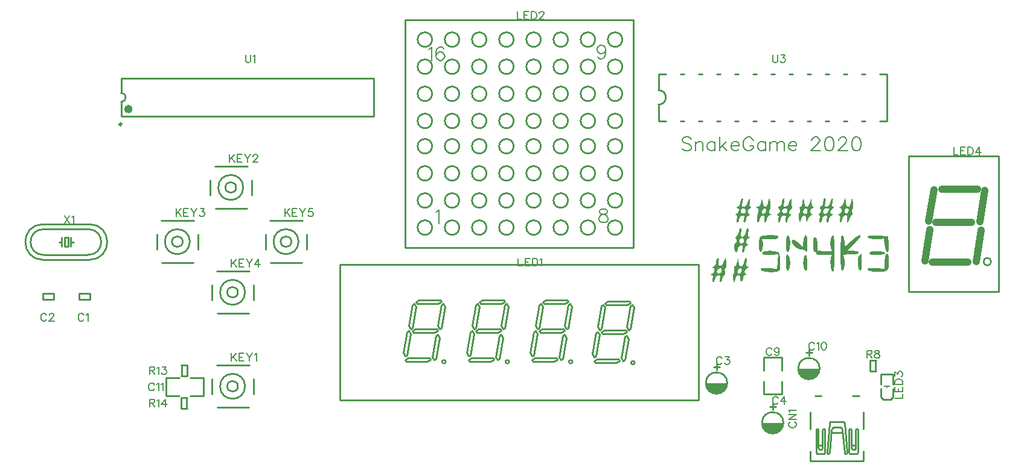
<source format=gto>
G04 Layer: TopSilkLayer*
G04 EasyEDA v6.3.22, 2020-04-19T15:25:33+02:00*
G04 9585e20cbaa244c19a7501b8b38ea314,91c4fea8558b4139a52e513319813ad2,10*
G04 Gerber Generator version 0.2*
G04 Scale: 100 percent, Rotated: No, Reflected: No *
G04 Dimensions in millimeters *
G04 leading zeros omitted , absolute positions ,3 integer and 3 decimal *
%FSLAX33Y33*%
%MOMM*%
G90*
G71D02*

%ADD10C,0.254000*%
%ADD22C,0.999998*%
%ADD30C,0.202997*%
%ADD31C,0.299999*%
%ADD32C,0.599999*%
%ADD33C,0.203200*%
%ADD34C,0.152400*%

%LPD*%

%LPD*%
G36*
G01X116950Y36103D02*
G01X116878Y36753D01*
G01X116715Y36201D01*
G01X116696Y36144D01*
G01X116675Y36086D01*
G01X116651Y36029D01*
G01X116625Y35971D01*
G01X116597Y35915D01*
G01X116567Y35860D01*
G01X116535Y35806D01*
G01X116503Y35754D01*
G01X116469Y35705D01*
G01X116434Y35659D01*
G01X116399Y35615D01*
G01X116363Y35575D01*
G01X116328Y35539D01*
G01X116292Y35507D01*
G01X116257Y35479D01*
G01X116222Y35457D01*
G01X116157Y35416D01*
G01X116107Y35378D01*
G01X116073Y35345D01*
G01X116054Y35317D01*
G01X116052Y35293D01*
G01X116067Y35276D01*
G01X116097Y35265D01*
G01X116145Y35259D01*
G01X116198Y35254D01*
G01X116243Y35242D01*
G01X116283Y35222D01*
G01X116316Y35196D01*
G01X116343Y35165D01*
G01X116364Y35129D01*
G01X116378Y35089D01*
G01X116387Y35045D01*
G01X116389Y34998D01*
G01X116386Y34949D01*
G01X116376Y34898D01*
G01X116362Y34846D01*
G01X116341Y34794D01*
G01X116314Y34742D01*
G01X116283Y34690D01*
G01X116246Y34641D01*
G01X116203Y34593D01*
G01X116155Y34548D01*
G01X116103Y34507D01*
G01X116045Y34470D01*
G01X115966Y34421D01*
G01X115907Y34380D01*
G01X115868Y34344D01*
G01X115849Y34315D01*
G01X115849Y34292D01*
G01X115869Y34275D01*
G01X115909Y34264D01*
G01X115968Y34260D01*
G01X116011Y34255D01*
G01X116049Y34244D01*
G01X116082Y34226D01*
G01X116110Y34201D01*
G01X116132Y34169D01*
G01X116150Y34131D01*
G01X116162Y34085D01*
G01X116169Y34033D01*
G01X116171Y33973D01*
G01X116168Y33907D01*
G01X116159Y33834D01*
G01X116146Y33753D01*
G01X116130Y33653D01*
G01X116121Y33559D01*
G01X116118Y33474D01*
G01X116122Y33400D01*
G01X116133Y33339D01*
G01X116150Y33293D01*
G01X116173Y33264D01*
G01X116201Y33253D01*
G01X116234Y33264D01*
G01X116270Y33293D01*
G01X116307Y33339D01*
G01X116344Y33400D01*
G01X116381Y33474D01*
G01X116417Y33559D01*
G01X116450Y33653D01*
G01X116478Y33753D01*
G01X116498Y33821D01*
G01X116523Y33886D01*
G01X116552Y33948D01*
G01X116585Y34005D01*
G01X116621Y34059D01*
G01X116660Y34107D01*
G01X116702Y34149D01*
G01X116745Y34185D01*
G01X116789Y34214D01*
G01X116834Y34235D01*
G01X116879Y34249D01*
G01X116924Y34254D01*
G01X116978Y34251D01*
G01X117026Y34242D01*
G01X117067Y34227D01*
G01X117101Y34205D01*
G01X117129Y34176D01*
G01X117150Y34140D01*
G01X117164Y34097D01*
G01X117173Y34045D01*
G01X117175Y33985D01*
G01X117172Y33917D01*
G01X117163Y33840D01*
G01X117148Y33753D01*
G01X117132Y33653D01*
G01X117123Y33559D01*
G01X117121Y33474D01*
G01X117125Y33400D01*
G01X117135Y33339D01*
G01X117152Y33293D01*
G01X117175Y33264D01*
G01X117203Y33253D01*
G01X117236Y33264D01*
G01X117272Y33293D01*
G01X117309Y33339D01*
G01X117347Y33400D01*
G01X117384Y33474D01*
G01X117419Y33559D01*
G01X117451Y33653D01*
G01X117480Y33753D01*
G01X117499Y33821D01*
G01X117519Y33886D01*
G01X117543Y33948D01*
G01X117568Y34005D01*
G01X117594Y34059D01*
G01X117621Y34107D01*
G01X117648Y34149D01*
G01X117677Y34185D01*
G01X117704Y34214D01*
G01X117732Y34235D01*
G01X117758Y34249D01*
G01X117784Y34254D01*
G01X117817Y34262D01*
G01X117844Y34287D01*
G01X117864Y34326D01*
G01X117877Y34377D01*
G01X117882Y34440D01*
G01X117880Y34511D01*
G01X117869Y34589D01*
G01X117851Y34674D01*
G01X117833Y34761D01*
G01X117823Y34847D01*
G01X117821Y34931D01*
G01X117827Y35009D01*
G01X117841Y35080D01*
G01X117862Y35141D01*
G01X117890Y35189D01*
G01X117948Y35248D01*
G01X117968Y35283D01*
G01X117986Y35330D01*
G01X117999Y35385D01*
G01X118010Y35449D01*
G01X118017Y35521D01*
G01X118021Y35599D01*
G01X118020Y35683D01*
G01X118017Y35772D01*
G01X118009Y35863D01*
G01X117998Y35957D01*
G01X117983Y36053D01*
G01X117857Y36753D01*
G01X117702Y36103D01*
G01X117679Y36015D01*
G01X117652Y35931D01*
G01X117622Y35851D01*
G01X117588Y35776D01*
G01X117553Y35707D01*
G01X117516Y35645D01*
G01X117478Y35589D01*
G01X117439Y35542D01*
G01X117399Y35505D01*
G01X117360Y35477D01*
G01X117322Y35460D01*
G01X117285Y35454D01*
G01X117248Y35459D01*
G01X117212Y35476D01*
G01X117176Y35503D01*
G01X117141Y35540D01*
G01X117108Y35587D01*
G01X117077Y35641D01*
G01X117048Y35703D01*
G01X117022Y35772D01*
G01X116999Y35847D01*
G01X116979Y35928D01*
G01X116963Y36014D01*
G01X116950Y36103D01*
G37*

%LPC*%
G36*
G01X117178Y35247D02*
G01X117111Y35253D01*
G01X117066Y35250D01*
G01X117024Y35240D01*
G01X116984Y35223D01*
G01X116947Y35200D01*
G01X116914Y35172D01*
G01X116884Y35137D01*
G01X116859Y35098D01*
G01X116837Y35054D01*
G01X116819Y35005D01*
G01X116807Y34953D01*
G01X116799Y34897D01*
G01X116797Y34837D01*
G01X116799Y34779D01*
G01X116806Y34727D01*
G01X116816Y34680D01*
G01X116832Y34639D01*
G01X116850Y34604D01*
G01X116871Y34574D01*
G01X116895Y34549D01*
G01X116921Y34530D01*
G01X116949Y34517D01*
G01X116979Y34509D01*
G01X117010Y34506D01*
G01X117042Y34508D01*
G01X117075Y34515D01*
G01X117108Y34527D01*
G01X117140Y34545D01*
G01X117172Y34567D01*
G01X117203Y34594D01*
G01X117232Y34627D01*
G01X117260Y34664D01*
G01X117286Y34706D01*
G01X117310Y34752D01*
G01X117330Y34804D01*
G01X117348Y34860D01*
G01X117362Y34920D01*
G01X117370Y34991D01*
G01X117365Y35055D01*
G01X117349Y35112D01*
G01X117321Y35161D01*
G01X117283Y35200D01*
G01X117235Y35229D01*
G01X117178Y35247D01*
G37*

%LPD*%
G36*
G01X114038Y36649D02*
G01X114006Y36653D01*
G01X113977Y36649D01*
G01X113949Y36635D01*
G01X113922Y36614D01*
G01X113897Y36584D01*
G01X113874Y36548D01*
G01X113853Y36505D01*
G01X113835Y36456D01*
G01X113820Y36402D01*
G01X113807Y36344D01*
G01X113798Y36282D01*
G01X113792Y36216D01*
G01X113790Y36147D01*
G01X113787Y36078D01*
G01X113779Y36009D01*
G01X113766Y35941D01*
G01X113748Y35876D01*
G01X113726Y35814D01*
G01X113700Y35755D01*
G01X113671Y35701D01*
G01X113638Y35652D01*
G01X113603Y35609D01*
G01X113565Y35573D01*
G01X113526Y35544D01*
G01X113484Y35524D01*
G01X113410Y35491D01*
G01X113354Y35456D01*
G01X113316Y35417D01*
G01X113296Y35375D01*
G01X113293Y35329D01*
G01X113309Y35276D01*
G01X113341Y35217D01*
G01X113391Y35151D01*
G01X113425Y35106D01*
G01X113452Y35060D01*
G01X113471Y35016D01*
G01X113483Y34971D01*
G01X113486Y34926D01*
G01X113481Y34881D01*
G01X113469Y34834D01*
G01X113448Y34787D01*
G01X113418Y34737D01*
G01X113381Y34685D01*
G01X113336Y34632D01*
G01X113281Y34575D01*
G01X113221Y34510D01*
G01X113173Y34450D01*
G01X113139Y34395D01*
G01X113118Y34348D01*
G01X113111Y34308D01*
G01X113119Y34279D01*
G01X113141Y34260D01*
G01X113178Y34254D01*
G01X113210Y34250D01*
G01X113236Y34237D01*
G01X113259Y34218D01*
G01X113278Y34192D01*
G01X113293Y34158D01*
G01X113303Y34117D01*
G01X113309Y34071D01*
G01X113311Y34018D01*
G01X113308Y33960D01*
G01X113300Y33896D01*
G01X113288Y33827D01*
G01X113271Y33753D01*
G01X113248Y33648D01*
G01X113235Y33552D01*
G01X113232Y33467D01*
G01X113238Y33394D01*
G01X113254Y33335D01*
G01X113279Y33290D01*
G01X113312Y33263D01*
G01X113353Y33253D01*
G01X113396Y33263D01*
G01X113439Y33289D01*
G01X113480Y33330D01*
G01X113519Y33385D01*
G01X113554Y33451D01*
G01X113584Y33528D01*
G01X113608Y33612D01*
G01X113626Y33701D01*
G01X113638Y33763D01*
G01X113656Y33823D01*
G01X113679Y33881D01*
G01X113707Y33937D01*
G01X113740Y33989D01*
G01X113776Y34038D01*
G01X113816Y34082D01*
G01X113859Y34122D01*
G01X113904Y34156D01*
G01X113951Y34184D01*
G01X113999Y34204D01*
G01X114048Y34218D01*
G01X114117Y34229D01*
G01X114175Y34233D01*
G01X114223Y34231D01*
G01X114262Y34221D01*
G01X114292Y34202D01*
G01X114313Y34173D01*
G01X114326Y34135D01*
G01X114331Y34086D01*
G01X114328Y34026D01*
G01X114317Y33954D01*
G01X114301Y33869D01*
G01X114277Y33769D01*
G01X114259Y33692D01*
G01X114246Y33620D01*
G01X114238Y33553D01*
G01X114234Y33493D01*
G01X114235Y33438D01*
G01X114241Y33391D01*
G01X114251Y33350D01*
G01X114266Y33316D01*
G01X114285Y33289D01*
G01X114309Y33269D01*
G01X114337Y33257D01*
G01X114369Y33253D01*
G01X114414Y33261D01*
G01X114456Y33284D01*
G01X114493Y33320D01*
G01X114526Y33368D01*
G01X114554Y33426D01*
G01X114574Y33492D01*
G01X114587Y33565D01*
G01X114592Y33644D01*
G01X114595Y33698D01*
G01X114604Y33754D01*
G01X114619Y33811D01*
G01X114640Y33868D01*
G01X114665Y33924D01*
G01X114694Y33979D01*
G01X114728Y34032D01*
G01X114766Y34081D01*
G01X114806Y34128D01*
G01X114849Y34169D01*
G01X114895Y34206D01*
G01X114942Y34237D01*
G01X115008Y34279D01*
G01X115060Y34318D01*
G01X115096Y34353D01*
G01X115118Y34384D01*
G01X115123Y34410D01*
G01X115113Y34429D01*
G01X115086Y34442D01*
G01X115042Y34447D01*
G01X114990Y34453D01*
G01X114944Y34465D01*
G01X114904Y34485D01*
G01X114871Y34511D01*
G01X114844Y34542D01*
G01X114823Y34578D01*
G01X114809Y34618D01*
G01X114801Y34662D01*
G01X114798Y34709D01*
G01X114802Y34758D01*
G01X114811Y34809D01*
G01X114826Y34861D01*
G01X114847Y34913D01*
G01X114873Y34965D01*
G01X114905Y35017D01*
G01X114942Y35066D01*
G01X114984Y35114D01*
G01X115032Y35159D01*
G01X115085Y35200D01*
G01X115143Y35238D01*
G01X115218Y35284D01*
G01X115274Y35324D01*
G01X115313Y35360D01*
G01X115332Y35390D01*
G01X115334Y35413D01*
G01X115317Y35431D01*
G01X115281Y35443D01*
G01X115227Y35447D01*
G01X115183Y35452D01*
G01X115144Y35464D01*
G01X115112Y35483D01*
G01X115086Y35511D01*
G01X115066Y35546D01*
G01X115053Y35591D01*
G01X115045Y35644D01*
G01X115043Y35706D01*
G01X115047Y35778D01*
G01X115057Y35859D01*
G01X115072Y35951D01*
G01X115093Y36053D01*
G01X115109Y36135D01*
G01X115123Y36212D01*
G01X115134Y36287D01*
G01X115142Y36356D01*
G01X115147Y36420D01*
G01X115149Y36477D01*
G01X115148Y36528D01*
G01X115144Y36571D01*
G01X115137Y36606D01*
G01X115127Y36632D01*
G01X115114Y36648D01*
G01X115098Y36653D01*
G01X115079Y36648D01*
G01X115057Y36632D01*
G01X115032Y36606D01*
G01X115006Y36571D01*
G01X114977Y36528D01*
G01X114947Y36477D01*
G01X114916Y36420D01*
G01X114885Y36356D01*
G01X114853Y36287D01*
G01X114822Y36212D01*
G01X114791Y36135D01*
G01X114762Y36053D01*
G01X114731Y35972D01*
G01X114696Y35894D01*
G01X114657Y35820D01*
G01X114616Y35751D01*
G01X114572Y35687D01*
G01X114527Y35630D01*
G01X114481Y35579D01*
G01X114434Y35536D01*
G01X114387Y35501D01*
G01X114342Y35475D01*
G01X114298Y35459D01*
G01X114256Y35454D01*
G01X114203Y35457D01*
G01X114158Y35466D01*
G01X114120Y35483D01*
G01X114090Y35508D01*
G01X114067Y35541D01*
G01X114051Y35583D01*
G01X114041Y35634D01*
G01X114039Y35695D01*
G01X114042Y35767D01*
G01X114052Y35851D01*
G01X114069Y35946D01*
G01X114090Y36053D01*
G01X114109Y36144D01*
G01X114122Y36229D01*
G01X114132Y36306D01*
G01X114136Y36377D01*
G01X114136Y36440D01*
G01X114131Y36495D01*
G01X114121Y36543D01*
G01X114107Y36582D01*
G01X114088Y36613D01*
G01X114066Y36635D01*
G01X114038Y36649D01*
G37*

%LPC*%
G36*
G01X114451Y35249D02*
G01X114385Y35253D01*
G01X114312Y35250D01*
G01X114237Y35242D01*
G01X114162Y35228D01*
G01X114089Y35208D01*
G01X114024Y35184D01*
G01X113967Y35154D01*
G01X113923Y35120D01*
G01X113883Y35074D01*
G01X113850Y35024D01*
G01X113824Y34971D01*
G01X113806Y34917D01*
G01X113794Y34861D01*
G01X113790Y34805D01*
G01X113792Y34751D01*
G01X113800Y34698D01*
G01X113814Y34648D01*
G01X113834Y34602D01*
G01X113860Y34560D01*
G01X113892Y34524D01*
G01X113928Y34495D01*
G01X113971Y34473D01*
G01X114017Y34458D01*
G01X114069Y34453D01*
G01X114113Y34458D01*
G01X114158Y34471D01*
G01X114204Y34492D01*
G01X114249Y34520D01*
G01X114294Y34555D01*
G01X114337Y34596D01*
G01X114378Y34642D01*
G01X114418Y34692D01*
G01X114454Y34746D01*
G01X114488Y34803D01*
G01X114517Y34862D01*
G01X114543Y34923D01*
G01X114563Y34985D01*
G01X114579Y35048D01*
G01X114588Y35109D01*
G01X114592Y35170D01*
G01X114581Y35200D01*
G01X114552Y35223D01*
G01X114507Y35240D01*
G01X114451Y35249D01*
G37*

%LPD*%
G36*
G01X108320Y36642D02*
G01X108296Y36646D01*
G01X108269Y36640D01*
G01X108236Y36624D01*
G01X108199Y36599D01*
G01X108157Y36565D01*
G01X108111Y36520D01*
G01X108084Y36486D01*
G01X108059Y36439D01*
G01X108037Y36382D01*
G01X108017Y36317D01*
G01X108001Y36245D01*
G01X107988Y36169D01*
G01X107980Y36092D01*
G01X107978Y36014D01*
G01X107975Y35963D01*
G01X107966Y35911D01*
G01X107953Y35860D01*
G01X107935Y35810D01*
G01X107914Y35762D01*
G01X107888Y35716D01*
G01X107858Y35673D01*
G01X107826Y35634D01*
G01X107790Y35599D01*
G01X107753Y35568D01*
G01X107713Y35543D01*
G01X107672Y35524D01*
G01X107615Y35500D01*
G01X107568Y35477D01*
G01X107530Y35453D01*
G01X107503Y35428D01*
G01X107484Y35401D01*
G01X107475Y35371D01*
G01X107475Y35339D01*
G01X107485Y35302D01*
G01X107504Y35262D01*
G01X107532Y35216D01*
G01X107568Y35165D01*
G01X107614Y35109D01*
G01X107660Y35051D01*
G01X107696Y34997D01*
G01X107722Y34948D01*
G01X107738Y34901D01*
G01X107744Y34857D01*
G01X107740Y34814D01*
G01X107724Y34771D01*
G01X107698Y34728D01*
G01X107661Y34683D01*
G01X107612Y34637D01*
G01X107552Y34586D01*
G01X107481Y34532D01*
G01X107404Y34472D01*
G01X107344Y34418D01*
G01X107301Y34370D01*
G01X107276Y34330D01*
G01X107269Y34298D01*
G01X107281Y34273D01*
G01X107311Y34259D01*
G01X107359Y34254D01*
G01X107401Y34250D01*
G01X107437Y34240D01*
G01X107468Y34223D01*
G01X107493Y34200D01*
G01X107512Y34169D01*
G01X107526Y34132D01*
G01X107534Y34086D01*
G01X107537Y34035D01*
G01X107535Y33976D01*
G01X107527Y33909D01*
G01X107513Y33835D01*
G01X107495Y33753D01*
G01X107473Y33653D01*
G01X107461Y33559D01*
G01X107457Y33474D01*
G01X107462Y33400D01*
G01X107474Y33339D01*
G01X107495Y33293D01*
G01X107523Y33264D01*
G01X107559Y33253D01*
G01X107598Y33263D01*
G01X107638Y33289D01*
G01X107676Y33330D01*
G01X107712Y33385D01*
G01X107745Y33451D01*
G01X107773Y33528D01*
G01X107796Y33612D01*
G01X107813Y33701D01*
G01X107825Y33763D01*
G01X107844Y33823D01*
G01X107868Y33882D01*
G01X107897Y33938D01*
G01X107931Y33990D01*
G01X107969Y34039D01*
G01X108011Y34084D01*
G01X108055Y34124D01*
G01X108103Y34158D01*
G01X108152Y34186D01*
G01X108203Y34207D01*
G01X108255Y34221D01*
G01X108328Y34233D01*
G01X108390Y34239D01*
G01X108442Y34238D01*
G01X108483Y34229D01*
G01X108515Y34210D01*
G01X108537Y34183D01*
G01X108551Y34145D01*
G01X108556Y34096D01*
G01X108553Y34035D01*
G01X108543Y33962D01*
G01X108526Y33875D01*
G01X108501Y33773D01*
G01X108485Y33699D01*
G01X108472Y33629D01*
G01X108464Y33563D01*
G01X108460Y33503D01*
G01X108460Y33448D01*
G01X108464Y33399D01*
G01X108473Y33356D01*
G01X108486Y33320D01*
G01X108502Y33292D01*
G01X108523Y33271D01*
G01X108547Y33258D01*
G01X108575Y33253D01*
G01X108616Y33259D01*
G01X108654Y33276D01*
G01X108689Y33303D01*
G01X108719Y33337D01*
G01X108744Y33380D01*
G01X108763Y33428D01*
G01X108775Y33482D01*
G01X108779Y33539D01*
G01X108782Y33581D01*
G01X108790Y33626D01*
G01X108804Y33675D01*
G01X108822Y33726D01*
G01X108845Y33779D01*
G01X108872Y33834D01*
G01X108902Y33888D01*
G01X108936Y33942D01*
G01X108972Y33995D01*
G01X109010Y34046D01*
G01X109052Y34094D01*
G01X109094Y34139D01*
G01X109153Y34202D01*
G01X109199Y34261D01*
G01X109233Y34315D01*
G01X109253Y34361D01*
G01X109260Y34399D01*
G01X109253Y34429D01*
G01X109231Y34447D01*
G01X109194Y34453D01*
G01X109141Y34457D01*
G01X109096Y34468D01*
G01X109058Y34485D01*
G01X109029Y34509D01*
G01X109008Y34539D01*
G01X108994Y34574D01*
G01X108989Y34614D01*
G01X108991Y34658D01*
G01X109001Y34707D01*
G01X109018Y34759D01*
G01X109043Y34814D01*
G01X109076Y34873D01*
G01X109117Y34934D01*
G01X109164Y34996D01*
G01X109219Y35061D01*
G01X109282Y35126D01*
G01X109339Y35189D01*
G01X109385Y35252D01*
G01X109420Y35313D01*
G01X109444Y35371D01*
G01X109455Y35424D01*
G01X109453Y35470D01*
G01X109438Y35508D01*
G01X109409Y35536D01*
G01X109386Y35556D01*
G01X109366Y35585D01*
G01X109349Y35622D01*
G01X109334Y35666D01*
G01X109323Y35718D01*
G01X109314Y35775D01*
G01X109309Y35838D01*
G01X109307Y35905D01*
G01X109308Y35975D01*
G01X109312Y36048D01*
G01X109320Y36123D01*
G01X109347Y36288D01*
G01X109357Y36365D01*
G01X109363Y36432D01*
G01X109366Y36489D01*
G01X109363Y36534D01*
G01X109356Y36569D01*
G01X109345Y36593D01*
G01X109330Y36606D01*
G01X109310Y36609D01*
G01X109286Y36601D01*
G01X109257Y36582D01*
G01X109225Y36553D01*
G01X109196Y36523D01*
G01X109167Y36486D01*
G01X109139Y36445D01*
G01X109111Y36398D01*
G01X109084Y36348D01*
G01X109058Y36295D01*
G01X109034Y36240D01*
G01X109011Y36184D01*
G01X108991Y36126D01*
G01X108973Y36068D01*
G01X108958Y36011D01*
G01X108946Y35956D01*
G01X108934Y35902D01*
G01X108915Y35848D01*
G01X108892Y35796D01*
G01X108863Y35746D01*
G01X108831Y35699D01*
G01X108794Y35655D01*
G01X108755Y35615D01*
G01X108713Y35579D01*
G01X108669Y35549D01*
G01X108623Y35524D01*
G01X108576Y35504D01*
G01X108528Y35492D01*
G01X108478Y35483D01*
G01X108432Y35478D01*
G01X108392Y35478D01*
G01X108358Y35482D01*
G01X108329Y35492D01*
G01X108305Y35506D01*
G01X108285Y35527D01*
G01X108271Y35554D01*
G01X108261Y35587D01*
G01X108255Y35627D01*
G01X108254Y35675D01*
G01X108257Y35731D01*
G01X108263Y35795D01*
G01X108274Y35867D01*
G01X108288Y35948D01*
G01X108305Y36039D01*
G01X108326Y36147D01*
G01X108342Y36244D01*
G01X108355Y36331D01*
G01X108363Y36407D01*
G01X108367Y36472D01*
G01X108366Y36526D01*
G01X108361Y36571D01*
G01X108352Y36605D01*
G01X108338Y36629D01*
G01X108320Y36642D01*
G37*

%LPC*%
G36*
G01X108497Y35246D02*
G01X108450Y35248D01*
G01X108402Y35245D01*
G01X108355Y35237D01*
G01X108307Y35224D01*
G01X108261Y35206D01*
G01X108216Y35183D01*
G01X108174Y35154D01*
G01X108135Y35120D01*
G01X108099Y35081D01*
G01X108067Y35036D01*
G01X108044Y34988D01*
G01X108031Y34935D01*
G01X108027Y34879D01*
G01X108032Y34822D01*
G01X108046Y34765D01*
G01X108069Y34710D01*
G01X108099Y34659D01*
G01X108138Y34613D01*
G01X108177Y34579D01*
G01X108217Y34551D01*
G01X108259Y34530D01*
G01X108302Y34516D01*
G01X108345Y34507D01*
G01X108388Y34504D01*
G01X108431Y34507D01*
G01X108473Y34516D01*
G01X108514Y34529D01*
G01X108553Y34548D01*
G01X108591Y34572D01*
G01X108626Y34600D01*
G01X108659Y34633D01*
G01X108688Y34669D01*
G01X108715Y34710D01*
G01X108737Y34755D01*
G01X108755Y34802D01*
G01X108768Y34854D01*
G01X108776Y34908D01*
G01X108779Y34965D01*
G01X108775Y35014D01*
G01X108765Y35058D01*
G01X108747Y35097D01*
G01X108724Y35132D01*
G01X108695Y35163D01*
G01X108662Y35189D01*
G01X108625Y35210D01*
G01X108585Y35227D01*
G01X108542Y35239D01*
G01X108497Y35246D01*
G37*

%LPD*%
G36*
G01X105320Y36103D02*
G01X105242Y36753D01*
G01X105082Y36103D01*
G01X105062Y36031D01*
G01X105040Y35961D01*
G01X105017Y35895D01*
G01X104992Y35833D01*
G01X104965Y35776D01*
G01X104937Y35722D01*
G01X104907Y35673D01*
G01X104876Y35628D01*
G01X104844Y35588D01*
G01X104811Y35553D01*
G01X104777Y35523D01*
G01X104742Y35497D01*
G01X104706Y35477D01*
G01X104670Y35463D01*
G01X104632Y35454D01*
G01X104595Y35450D01*
G01X104507Y35448D01*
G01X104443Y35442D01*
G01X104403Y35431D01*
G01X104387Y35414D01*
G01X104393Y35391D01*
G01X104423Y35360D01*
G01X104474Y35320D01*
G01X104549Y35271D01*
G01X104592Y35241D01*
G01X104628Y35207D01*
G01X104659Y35171D01*
G01X104684Y35131D01*
G01X104704Y35089D01*
G01X104717Y35044D01*
G01X104725Y34996D01*
G01X104727Y34947D01*
G01X104723Y34894D01*
G01X104713Y34839D01*
G01X104697Y34782D01*
G01X104676Y34724D01*
G01X104654Y34669D01*
G01X104634Y34611D01*
G01X104616Y34550D01*
G01X104598Y34487D01*
G01X104582Y34422D01*
G01X104567Y34355D01*
G01X104554Y34286D01*
G01X104543Y34217D01*
G01X104532Y34147D01*
G01X104523Y34077D01*
G01X104515Y34007D01*
G01X104509Y33938D01*
G01X104504Y33871D01*
G01X104500Y33804D01*
G01X104498Y33740D01*
G01X104498Y33677D01*
G01X104499Y33618D01*
G01X104502Y33561D01*
G01X104506Y33508D01*
G01X104512Y33459D01*
G01X104519Y33414D01*
G01X104528Y33374D01*
G01X104539Y33339D01*
G01X104551Y33309D01*
G01X104565Y33285D01*
G01X104580Y33268D01*
G01X104597Y33257D01*
G01X104617Y33253D01*
G01X104648Y33264D01*
G01X104683Y33293D01*
G01X104720Y33339D01*
G01X104757Y33400D01*
G01X104794Y33474D01*
G01X104829Y33559D01*
G01X104861Y33653D01*
G01X104888Y33753D01*
G01X104908Y33821D01*
G01X104933Y33886D01*
G01X104962Y33948D01*
G01X104994Y34005D01*
G01X105029Y34059D01*
G01X105066Y34107D01*
G01X105106Y34149D01*
G01X105147Y34185D01*
G01X105189Y34214D01*
G01X105232Y34235D01*
G01X105275Y34249D01*
G01X105317Y34254D01*
G01X105367Y34251D01*
G01X105411Y34241D01*
G01X105449Y34225D01*
G01X105481Y34203D01*
G01X105506Y34173D01*
G01X105526Y34136D01*
G01X105540Y34093D01*
G01X105547Y34041D01*
G01X105550Y33981D01*
G01X105546Y33914D01*
G01X105538Y33838D01*
G01X105523Y33753D01*
G01X105507Y33653D01*
G01X105500Y33559D01*
G01X105499Y33474D01*
G01X105505Y33400D01*
G01X105518Y33339D01*
G01X105538Y33293D01*
G01X105564Y33264D01*
G01X105596Y33253D01*
G01X105621Y33258D01*
G01X105645Y33272D01*
G01X105672Y33293D01*
G01X105699Y33322D01*
G01X105726Y33358D01*
G01X105753Y33400D01*
G01X105779Y33448D01*
G01X105804Y33502D01*
G01X105829Y33559D01*
G01X105852Y33621D01*
G01X105872Y33686D01*
G01X105891Y33753D01*
G01X105911Y33822D01*
G01X105936Y33887D01*
G01X105965Y33949D01*
G01X105999Y34007D01*
G01X106036Y34060D01*
G01X106076Y34108D01*
G01X106118Y34151D01*
G01X106162Y34187D01*
G01X106207Y34216D01*
G01X106253Y34238D01*
G01X106300Y34252D01*
G01X106345Y34257D01*
G01X106439Y34259D01*
G01X106507Y34265D01*
G01X106549Y34275D01*
G01X106564Y34292D01*
G01X106555Y34317D01*
G01X106520Y34351D01*
G01X106459Y34395D01*
G01X106374Y34450D01*
G01X106322Y34486D01*
G01X106278Y34522D01*
G01X106242Y34559D01*
G01X106215Y34597D01*
G01X106196Y34636D01*
G01X106184Y34677D01*
G01X106181Y34721D01*
G01X106186Y34769D01*
G01X106198Y34820D01*
G01X106218Y34874D01*
G01X106245Y34933D01*
G01X106281Y34997D01*
G01X106301Y35037D01*
G01X106320Y35083D01*
G01X106336Y35134D01*
G01X106351Y35191D01*
G01X106364Y35251D01*
G01X106374Y35316D01*
G01X106383Y35384D01*
G01X106390Y35455D01*
G01X106394Y35527D01*
G01X106396Y35602D01*
G01X106396Y35678D01*
G01X106393Y35754D01*
G01X106389Y35830D01*
G01X106382Y35906D01*
G01X106372Y35980D01*
G01X106360Y36053D01*
G01X106232Y36753D01*
G01X106078Y36103D01*
G01X106054Y36015D01*
G01X106027Y35931D01*
G01X105997Y35851D01*
G01X105964Y35776D01*
G01X105928Y35707D01*
G01X105891Y35645D01*
G01X105853Y35589D01*
G01X105814Y35542D01*
G01X105774Y35505D01*
G01X105735Y35477D01*
G01X105697Y35460D01*
G01X105660Y35454D01*
G01X105624Y35459D01*
G01X105587Y35476D01*
G01X105551Y35504D01*
G01X105516Y35541D01*
G01X105483Y35588D01*
G01X105451Y35642D01*
G01X105421Y35704D01*
G01X105394Y35774D01*
G01X105371Y35849D01*
G01X105350Y35929D01*
G01X105332Y36014D01*
G01X105320Y36103D01*
G37*

%LPC*%
G36*
G01X105607Y35248D02*
G01X105566Y35253D01*
G01X105521Y35247D01*
G01X105476Y35229D01*
G01X105432Y35201D01*
G01X105390Y35163D01*
G01X105349Y35118D01*
G01X105312Y35066D01*
G01X105278Y35010D01*
G01X105248Y34951D01*
G01X105223Y34890D01*
G01X105203Y34828D01*
G01X105189Y34767D01*
G01X105182Y34708D01*
G01X105183Y34653D01*
G01X105191Y34604D01*
G01X105208Y34560D01*
G01X105233Y34525D01*
G01X105268Y34497D01*
G01X105307Y34480D01*
G01X105349Y34473D01*
G01X105392Y34475D01*
G01X105437Y34485D01*
G01X105481Y34503D01*
G01X105526Y34528D01*
G01X105569Y34560D01*
G01X105610Y34598D01*
G01X105648Y34640D01*
G01X105683Y34687D01*
G01X105713Y34737D01*
G01X105738Y34792D01*
G01X105757Y34848D01*
G01X105769Y34906D01*
G01X105773Y34965D01*
G01X105768Y35023D01*
G01X105757Y35077D01*
G01X105737Y35126D01*
G01X105712Y35169D01*
G01X105681Y35204D01*
G01X105646Y35231D01*
G01X105607Y35248D01*
G37*

%LPD*%
G36*
G01X102498Y36641D02*
G01X102477Y36645D01*
G01X102451Y36639D01*
G01X102420Y36623D01*
G01X102385Y36598D01*
G01X102344Y36563D01*
G01X102299Y36520D01*
G01X102272Y36486D01*
G01X102247Y36440D01*
G01X102224Y36385D01*
G01X102204Y36321D01*
G01X102188Y36252D01*
G01X102176Y36179D01*
G01X102168Y36104D01*
G01X102165Y36030D01*
G01X102162Y35980D01*
G01X102152Y35928D01*
G01X102137Y35876D01*
G01X102117Y35822D01*
G01X102092Y35770D01*
G01X102062Y35718D01*
G01X102028Y35668D01*
G01X101991Y35621D01*
G01X101951Y35577D01*
G01X101907Y35536D01*
G01X101862Y35500D01*
G01X101814Y35469D01*
G01X101749Y35428D01*
G01X101697Y35390D01*
G01X101660Y35354D01*
G01X101639Y35323D01*
G01X101633Y35298D01*
G01X101644Y35278D01*
G01X101670Y35265D01*
G01X101714Y35259D01*
G01X101767Y35254D01*
G01X101813Y35242D01*
G01X101852Y35222D01*
G01X101885Y35196D01*
G01X101912Y35165D01*
G01X101933Y35129D01*
G01X101947Y35089D01*
G01X101956Y35045D01*
G01X101958Y34998D01*
G01X101955Y34949D01*
G01X101946Y34898D01*
G01X101930Y34846D01*
G01X101910Y34794D01*
G01X101884Y34742D01*
G01X101852Y34690D01*
G01X101815Y34641D01*
G01X101772Y34593D01*
G01X101725Y34548D01*
G01X101672Y34507D01*
G01X101614Y34470D01*
G01X101536Y34422D01*
G01X101478Y34380D01*
G01X101439Y34345D01*
G01X101419Y34315D01*
G01X101419Y34292D01*
G01X101439Y34275D01*
G01X101477Y34264D01*
G01X101535Y34260D01*
G01X101580Y34255D01*
G01X101618Y34245D01*
G01X101651Y34228D01*
G01X101677Y34204D01*
G01X101698Y34173D01*
G01X101712Y34136D01*
G01X101722Y34091D01*
G01X101725Y34039D01*
G01X101723Y33979D01*
G01X101715Y33912D01*
G01X101701Y33837D01*
G01X101682Y33753D01*
G01X101661Y33653D01*
G01X101648Y33559D01*
G01X101644Y33474D01*
G01X101649Y33400D01*
G01X101662Y33339D01*
G01X101683Y33293D01*
G01X101711Y33264D01*
G01X101747Y33253D01*
G01X101786Y33263D01*
G01X101825Y33289D01*
G01X101864Y33330D01*
G01X101899Y33385D01*
G01X101932Y33451D01*
G01X101961Y33528D01*
G01X101984Y33612D01*
G01X102001Y33701D01*
G01X102013Y33763D01*
G01X102030Y33823D01*
G01X102054Y33881D01*
G01X102082Y33937D01*
G01X102115Y33989D01*
G01X102151Y34038D01*
G01X102192Y34082D01*
G01X102234Y34122D01*
G01X102279Y34156D01*
G01X102326Y34184D01*
G01X102374Y34204D01*
G01X102424Y34218D01*
G01X102492Y34229D01*
G01X102550Y34233D01*
G01X102598Y34231D01*
G01X102637Y34221D01*
G01X102667Y34202D01*
G01X102688Y34173D01*
G01X102701Y34135D01*
G01X102706Y34086D01*
G01X102703Y34026D01*
G01X102693Y33954D01*
G01X102676Y33869D01*
G01X102652Y33769D01*
G01X102635Y33692D01*
G01X102621Y33620D01*
G01X102613Y33553D01*
G01X102609Y33493D01*
G01X102611Y33438D01*
G01X102616Y33391D01*
G01X102626Y33350D01*
G01X102641Y33316D01*
G01X102660Y33289D01*
G01X102684Y33269D01*
G01X102712Y33257D01*
G01X102745Y33253D01*
G01X102789Y33262D01*
G01X102831Y33285D01*
G01X102869Y33323D01*
G01X102902Y33373D01*
G01X102929Y33433D01*
G01X102949Y33502D01*
G01X102962Y33578D01*
G01X102967Y33660D01*
G01X102970Y33716D01*
G01X102978Y33772D01*
G01X102991Y33827D01*
G01X103009Y33880D01*
G01X103031Y33932D01*
G01X103057Y33981D01*
G01X103086Y34027D01*
G01X103119Y34069D01*
G01X103154Y34106D01*
G01X103191Y34137D01*
G01X103231Y34164D01*
G01X103273Y34183D01*
G01X103329Y34206D01*
G01X103377Y34230D01*
G01X103414Y34254D01*
G01X103442Y34280D01*
G01X103460Y34306D01*
G01X103469Y34336D01*
G01X103469Y34368D01*
G01X103459Y34404D01*
G01X103441Y34445D01*
G01X103413Y34491D01*
G01X103376Y34542D01*
G01X103284Y34656D01*
G01X103248Y34710D01*
G01X103222Y34759D01*
G01X103206Y34806D01*
G01X103200Y34850D01*
G01X103204Y34893D01*
G01X103220Y34935D01*
G01X103246Y34979D01*
G01X103283Y35024D01*
G01X103332Y35070D01*
G01X103392Y35121D01*
G01X103464Y35175D01*
G01X103536Y35231D01*
G01X103593Y35283D01*
G01X103636Y35331D01*
G01X103664Y35372D01*
G01X103676Y35406D01*
G01X103672Y35432D01*
G01X103651Y35448D01*
G01X103611Y35454D01*
G01X103575Y35458D01*
G01X103544Y35472D01*
G01X103517Y35495D01*
G01X103496Y35526D01*
G01X103479Y35567D01*
G01X103467Y35617D01*
G01X103460Y35676D01*
G01X103458Y35744D01*
G01X103461Y35820D01*
G01X103469Y35906D01*
G01X103482Y36000D01*
G01X103499Y36103D01*
G01X103518Y36208D01*
G01X103532Y36301D01*
G01X103541Y36381D01*
G01X103546Y36449D01*
G01X103546Y36504D01*
G01X103541Y36547D01*
G01X103532Y36578D01*
G01X103517Y36597D01*
G01X103499Y36604D01*
G01X103475Y36599D01*
G01X103447Y36582D01*
G01X103414Y36553D01*
G01X103385Y36523D01*
G01X103356Y36486D01*
G01X103327Y36445D01*
G01X103299Y36398D01*
G01X103272Y36348D01*
G01X103246Y36295D01*
G01X103221Y36240D01*
G01X103199Y36184D01*
G01X103179Y36126D01*
G01X103161Y36068D01*
G01X103146Y36011D01*
G01X103134Y35956D01*
G01X103121Y35902D01*
G01X103102Y35848D01*
G01X103077Y35796D01*
G01X103048Y35746D01*
G01X103013Y35698D01*
G01X102975Y35654D01*
G01X102934Y35614D01*
G01X102890Y35577D01*
G01X102843Y35546D01*
G01X102794Y35521D01*
G01X102744Y35501D01*
G01X102694Y35487D01*
G01X102638Y35477D01*
G01X102589Y35472D01*
G01X102546Y35470D01*
G01X102508Y35473D01*
G01X102477Y35481D01*
G01X102451Y35494D01*
G01X102431Y35514D01*
G01X102416Y35540D01*
G01X102406Y35573D01*
G01X102401Y35613D01*
G01X102400Y35661D01*
G01X102404Y35718D01*
G01X102413Y35783D01*
G01X102425Y35857D01*
G01X102441Y35941D01*
G01X102462Y36035D01*
G01X102485Y36144D01*
G01X102504Y36243D01*
G01X102519Y36330D01*
G01X102529Y36406D01*
G01X102535Y36471D01*
G01X102537Y36526D01*
G01X102534Y36570D01*
G01X102527Y36604D01*
G01X102515Y36628D01*
G01X102498Y36641D01*
G37*

%LPC*%
G36*
G01X102604Y35249D02*
G01X102566Y35253D01*
G01X102510Y35249D01*
G01X102458Y35235D01*
G01X102410Y35213D01*
G01X102368Y35183D01*
G01X102330Y35148D01*
G01X102298Y35107D01*
G01X102272Y35061D01*
G01X102251Y35012D01*
G01X102238Y34959D01*
G01X102230Y34905D01*
G01X102230Y34851D01*
G01X102237Y34796D01*
G01X102251Y34742D01*
G01X102273Y34690D01*
G01X102304Y34642D01*
G01X102343Y34596D01*
G01X102386Y34559D01*
G01X102431Y34533D01*
G01X102477Y34514D01*
G01X102524Y34504D01*
G01X102572Y34502D01*
G01X102619Y34507D01*
G01X102665Y34518D01*
G01X102710Y34536D01*
G01X102752Y34559D01*
G01X102791Y34587D01*
G01X102827Y34620D01*
G01X102858Y34657D01*
G01X102884Y34698D01*
G01X102905Y34742D01*
G01X102920Y34788D01*
G01X102928Y34836D01*
G01X102928Y34885D01*
G01X102920Y34935D01*
G01X102903Y34986D01*
G01X102877Y35036D01*
G01X102847Y35080D01*
G01X102811Y35120D01*
G01X102772Y35157D01*
G01X102731Y35190D01*
G01X102688Y35216D01*
G01X102645Y35236D01*
G01X102604Y35249D01*
G37*

%LPD*%
G36*
G01X111143Y36103D02*
G01X111076Y36753D01*
G01X110914Y36103D01*
G01X110890Y36015D01*
G01X110865Y35931D01*
G01X110837Y35851D01*
G01X110808Y35776D01*
G01X110778Y35707D01*
G01X110747Y35645D01*
G01X110716Y35589D01*
G01X110685Y35542D01*
G01X110655Y35505D01*
G01X110626Y35477D01*
G01X110599Y35460D01*
G01X110574Y35454D01*
G01X110540Y35447D01*
G01X110514Y35430D01*
G01X110494Y35402D01*
G01X110482Y35365D01*
G01X110477Y35320D01*
G01X110481Y35269D01*
G01X110492Y35212D01*
G01X110512Y35151D01*
G01X110531Y35085D01*
G01X110542Y35014D01*
G01X110545Y34940D01*
G01X110539Y34865D01*
G01X110525Y34791D01*
G01X110504Y34721D01*
G01X110476Y34657D01*
G01X110441Y34601D01*
G01X110423Y34573D01*
G01X110406Y34539D01*
G01X110392Y34501D01*
G01X110379Y34457D01*
G01X110369Y34411D01*
G01X110360Y34360D01*
G01X110353Y34306D01*
G01X110348Y34250D01*
G01X110345Y34191D01*
G01X110345Y34131D01*
G01X110346Y34069D01*
G01X110350Y34006D01*
G01X110356Y33943D01*
G01X110364Y33879D01*
G01X110374Y33816D01*
G01X110387Y33753D01*
G01X110518Y33153D01*
G01X110673Y33703D01*
G01X110696Y33778D01*
G01X110723Y33849D01*
G01X110754Y33917D01*
G01X110788Y33980D01*
G01X110825Y34039D01*
G01X110864Y34092D01*
G01X110903Y34138D01*
G01X110944Y34178D01*
G01X110986Y34210D01*
G01X111026Y34234D01*
G01X111067Y34249D01*
G01X111106Y34254D01*
G01X111146Y34249D01*
G01X111185Y34235D01*
G01X111221Y34213D01*
G01X111254Y34184D01*
G01X111285Y34146D01*
G01X111313Y34101D01*
G01X111338Y34049D01*
G01X111359Y33991D01*
G01X111377Y33927D01*
G01X111391Y33857D01*
G01X111401Y33783D01*
G01X111406Y33703D01*
G01X111427Y33153D01*
G01X111645Y33703D01*
G01X111677Y33778D01*
G01X111714Y33850D01*
G01X111754Y33918D01*
G01X111798Y33983D01*
G01X111844Y34042D01*
G01X111891Y34097D01*
G01X111939Y34145D01*
G01X111988Y34186D01*
G01X112037Y34220D01*
G01X112084Y34245D01*
G01X112131Y34262D01*
G01X112175Y34269D01*
G01X112244Y34274D01*
G01X112295Y34283D01*
G01X112329Y34293D01*
G01X112345Y34306D01*
G01X112344Y34322D01*
G01X112326Y34341D01*
G01X112290Y34362D01*
G01X112237Y34386D01*
G01X112191Y34408D01*
G01X112150Y34435D01*
G01X112114Y34467D01*
G01X112082Y34504D01*
G01X112055Y34544D01*
G01X112033Y34587D01*
G01X112015Y34632D01*
G01X112002Y34680D01*
G01X111992Y34729D01*
G01X111988Y34778D01*
G01X111987Y34829D01*
G01X111991Y34879D01*
G01X111998Y34928D01*
G01X112010Y34977D01*
G01X112026Y35023D01*
G01X112046Y35066D01*
G01X112069Y35108D01*
G01X112097Y35145D01*
G01X112127Y35179D01*
G01X112162Y35208D01*
G01X112201Y35233D01*
G01X112242Y35251D01*
G01X112288Y35264D01*
G01X112337Y35269D01*
G01X112407Y35275D01*
G01X112462Y35283D01*
G01X112500Y35295D01*
G01X112522Y35309D01*
G01X112526Y35325D01*
G01X112514Y35344D01*
G01X112484Y35364D01*
G01X112437Y35386D01*
G01X112403Y35405D01*
G01X112370Y35435D01*
G01X112338Y35475D01*
G01X112308Y35524D01*
G01X112280Y35580D01*
G01X112254Y35643D01*
G01X112231Y35713D01*
G01X112211Y35787D01*
G01X112194Y35867D01*
G01X112180Y35949D01*
G01X112171Y36034D01*
G01X112166Y36120D01*
G01X112145Y36753D01*
G01X111936Y36103D01*
G01X111906Y36015D01*
G01X111872Y35931D01*
G01X111835Y35851D01*
G01X111796Y35776D01*
G01X111755Y35707D01*
G01X111713Y35645D01*
G01X111670Y35589D01*
G01X111628Y35542D01*
G01X111585Y35505D01*
G01X111545Y35477D01*
G01X111506Y35460D01*
G01X111469Y35454D01*
G01X111433Y35459D01*
G01X111397Y35476D01*
G01X111362Y35504D01*
G01X111328Y35541D01*
G01X111296Y35588D01*
G01X111265Y35642D01*
G01X111237Y35704D01*
G01X111212Y35774D01*
G01X111189Y35849D01*
G01X111170Y35929D01*
G01X111154Y36014D01*
G01X111143Y36103D01*
G37*

%LPC*%
G36*
G01X111413Y35246D02*
G01X111377Y35252D01*
G01X111339Y35251D01*
G01X111298Y35242D01*
G01X111255Y35224D01*
G01X111211Y35198D01*
G01X111165Y35163D01*
G01X111118Y35120D01*
G01X111076Y35073D01*
G01X111042Y35022D01*
G01X111016Y34968D01*
G01X110998Y34913D01*
G01X110987Y34858D01*
G01X110982Y34802D01*
G01X110986Y34748D01*
G01X110995Y34696D01*
G01X111011Y34646D01*
G01X111033Y34600D01*
G01X111061Y34559D01*
G01X111095Y34523D01*
G01X111135Y34494D01*
G01X111180Y34472D01*
G01X111230Y34458D01*
G01X111285Y34453D01*
G01X111345Y34461D01*
G01X111402Y34485D01*
G01X111453Y34521D01*
G01X111498Y34570D01*
G01X111534Y34629D01*
G01X111562Y34697D01*
G01X111579Y34772D01*
G01X111585Y34854D01*
G01X111583Y34925D01*
G01X111575Y34990D01*
G01X111564Y35048D01*
G01X111548Y35099D01*
G01X111528Y35143D01*
G01X111504Y35180D01*
G01X111477Y35209D01*
G01X111447Y35232D01*
G01X111413Y35246D01*
G37*

%LPD*%
G36*
G01X111363Y31459D02*
G01X111346Y31463D01*
G01X111328Y31462D01*
G01X111310Y31456D01*
G01X111291Y31446D01*
G01X111272Y31431D01*
G01X111252Y31411D01*
G01X111232Y31387D01*
G01X111212Y31358D01*
G01X111191Y31323D01*
G01X111170Y31284D01*
G01X111149Y31240D01*
G01X111127Y31191D01*
G01X111105Y31137D01*
G01X111089Y31090D01*
G01X111073Y31034D01*
G01X111058Y30973D01*
G01X111044Y30906D01*
G01X111031Y30835D01*
G01X111020Y30761D01*
G01X111009Y30684D01*
G01X111001Y30606D01*
G01X110994Y30527D01*
G01X110988Y30449D01*
G01X110985Y30373D01*
G01X110984Y30300D01*
G01X110984Y29779D01*
G01X110422Y30316D01*
G01X110357Y30377D01*
G01X110294Y30433D01*
G01X110233Y30487D01*
G01X110173Y30537D01*
G01X110114Y30582D01*
G01X110057Y30624D01*
G01X110003Y30663D01*
G01X109949Y30698D01*
G01X109898Y30730D01*
G01X109849Y30757D01*
G01X109802Y30780D01*
G01X109757Y30800D01*
G01X109713Y30816D01*
G01X109673Y30829D01*
G01X109635Y30837D01*
G01X109599Y30841D01*
G01X109565Y30842D01*
G01X109534Y30839D01*
G01X109506Y30832D01*
G01X109480Y30821D01*
G01X109457Y30806D01*
G01X109438Y30787D01*
G01X109420Y30764D01*
G01X109406Y30737D01*
G01X109395Y30706D01*
G01X109387Y30671D01*
G01X109382Y30632D01*
G01X109380Y30588D01*
G01X109383Y30551D01*
G01X109390Y30511D01*
G01X109402Y30470D01*
G01X109419Y30427D01*
G01X109439Y30383D01*
G01X109464Y30338D01*
G01X109491Y30292D01*
G01X109523Y30245D01*
G01X109558Y30199D01*
G01X109596Y30152D01*
G01X109636Y30104D01*
G01X109679Y30057D01*
G01X109724Y30010D01*
G01X109772Y29964D01*
G01X109821Y29918D01*
G01X109871Y29874D01*
G01X109923Y29830D01*
G01X109977Y29788D01*
G01X110030Y29748D01*
G01X110085Y29709D01*
G01X110140Y29672D01*
G01X110196Y29638D01*
G01X110251Y29605D01*
G01X110306Y29575D01*
G01X110360Y29549D01*
G01X110414Y29525D01*
G01X110466Y29504D01*
G01X110518Y29486D01*
G01X110567Y29472D01*
G01X110616Y29462D01*
G01X110662Y29456D01*
G01X110706Y29454D01*
G01X110762Y29451D01*
G01X110820Y29445D01*
G01X110880Y29435D01*
G01X110940Y29421D01*
G01X110999Y29403D01*
G01X111058Y29383D01*
G01X111115Y29360D01*
G01X111169Y29334D01*
G01X111220Y29307D01*
G01X111266Y29277D01*
G01X111309Y29246D01*
G01X111345Y29213D01*
G01X111368Y29192D01*
G01X111389Y29176D01*
G01X111409Y29163D01*
G01X111427Y29156D01*
G01X111445Y29153D01*
G01X111461Y29155D01*
G01X111476Y29163D01*
G01X111490Y29176D01*
G01X111503Y29193D01*
G01X111515Y29217D01*
G01X111526Y29247D01*
G01X111535Y29282D01*
G01X111544Y29323D01*
G01X111551Y29370D01*
G01X111559Y29424D01*
G01X111564Y29484D01*
G01X111570Y29551D01*
G01X111574Y29624D01*
G01X111577Y29704D01*
G01X111580Y29791D01*
G01X111582Y29886D01*
G01X111584Y29987D01*
G01X111585Y30097D01*
G01X111585Y30213D01*
G01X111584Y30311D01*
G01X111583Y30403D01*
G01X111581Y30493D01*
G01X111577Y30579D01*
G01X111573Y30661D01*
G01X111568Y30740D01*
G01X111562Y30814D01*
G01X111555Y30886D01*
G01X111547Y30952D01*
G01X111538Y31016D01*
G01X111529Y31075D01*
G01X111519Y31129D01*
G01X111508Y31181D01*
G01X111497Y31227D01*
G01X111484Y31271D01*
G01X111471Y31309D01*
G01X111457Y31343D01*
G01X111443Y31374D01*
G01X111428Y31400D01*
G01X111413Y31421D01*
G01X111397Y31438D01*
G01X111381Y31450D01*
G01X111363Y31459D01*
G37*

%LPD*%
G36*
G01X106421Y31453D02*
G01X106289Y31454D01*
G01X106170Y31453D01*
G01X106058Y31452D01*
G01X105952Y31450D01*
G01X105853Y31447D01*
G01X105759Y31443D01*
G01X105671Y31438D01*
G01X105590Y31432D01*
G01X105513Y31426D01*
G01X105442Y31417D01*
G01X105376Y31408D01*
G01X105315Y31398D01*
G01X105259Y31386D01*
G01X105208Y31373D01*
G01X105160Y31360D01*
G01X105118Y31344D01*
G01X105078Y31327D01*
G01X105043Y31309D01*
G01X105012Y31289D01*
G01X104985Y31268D01*
G01X104960Y31245D01*
G01X104939Y31220D01*
G01X104921Y31194D01*
G01X104905Y31167D01*
G01X104892Y31137D01*
G01X104875Y31090D01*
G01X104860Y31040D01*
G01X104845Y30986D01*
G01X104832Y30930D01*
G01X104819Y30871D01*
G01X104809Y30810D01*
G01X104799Y30748D01*
G01X104790Y30683D01*
G01X104782Y30617D01*
G01X104776Y30550D01*
G01X104771Y30482D01*
G01X104767Y30413D01*
G01X104763Y30343D01*
G01X104761Y30273D01*
G01X104759Y30133D01*
G01X104760Y30063D01*
G01X104762Y29994D01*
G01X104765Y29926D01*
G01X104769Y29858D01*
G01X104779Y29728D01*
G01X104785Y29666D01*
G01X104793Y29605D01*
G01X104801Y29547D01*
G01X104810Y29491D01*
G01X104820Y29438D01*
G01X104831Y29388D01*
G01X104843Y29341D01*
G01X104855Y29298D01*
G01X104869Y29258D01*
G01X104883Y29222D01*
G01X104898Y29190D01*
G01X104913Y29162D01*
G01X104929Y29140D01*
G01X104946Y29121D01*
G01X104964Y29109D01*
G01X104982Y29101D01*
G01X105001Y29098D01*
G01X105021Y29102D01*
G01X105050Y29116D01*
G01X105078Y29137D01*
G01X105105Y29165D01*
G01X105131Y29200D01*
G01X105155Y29240D01*
G01X105179Y29286D01*
G01X105200Y29338D01*
G01X105221Y29393D01*
G01X105240Y29453D01*
G01X105257Y29517D01*
G01X105274Y29583D01*
G01X105288Y29653D01*
G01X105301Y29724D01*
G01X105312Y29797D01*
G01X105322Y29871D01*
G01X105330Y29946D01*
G01X105336Y30021D01*
G01X105340Y30096D01*
G01X105343Y30170D01*
G01X105343Y30243D01*
G01X105342Y30314D01*
G01X105338Y30383D01*
G01X105332Y30450D01*
G01X105325Y30513D01*
G01X105315Y30572D01*
G01X105304Y30628D01*
G01X105289Y30678D01*
G01X105273Y30724D01*
G01X105254Y30764D01*
G01X105233Y30798D01*
G01X105210Y30826D01*
G01X105184Y30846D01*
G01X105170Y30857D01*
G01X105164Y30866D01*
G01X105166Y30875D01*
G01X105176Y30884D01*
G01X105192Y30891D01*
G01X105216Y30898D01*
G01X105247Y30903D01*
G01X105284Y30908D01*
G01X105327Y30912D01*
G01X105376Y30915D01*
G01X105431Y30918D01*
G01X105491Y30919D01*
G01X105628Y30919D01*
G01X105703Y30917D01*
G01X105783Y30915D01*
G01X105867Y30911D01*
G01X105955Y30906D01*
G01X106047Y30901D01*
G01X106142Y30895D01*
G01X106257Y30887D01*
G01X106365Y30880D01*
G01X106465Y30874D01*
G01X106560Y30870D01*
G01X106648Y30868D01*
G01X106731Y30866D01*
G01X106807Y30866D01*
G01X106877Y30868D01*
G01X106942Y30871D01*
G01X107003Y30876D01*
G01X107058Y30882D01*
G01X107109Y30890D01*
G01X107155Y30900D01*
G01X107197Y30911D01*
G01X107235Y30925D01*
G01X107269Y30939D01*
G01X107300Y30957D01*
G01X107328Y30975D01*
G01X107353Y30996D01*
G01X107375Y31019D01*
G01X107394Y31044D01*
G01X107412Y31071D01*
G01X107427Y31100D01*
G01X107440Y31131D01*
G01X107452Y31165D01*
G01X107461Y31196D01*
G01X107466Y31224D01*
G01X107467Y31251D01*
G01X107465Y31275D01*
G01X107458Y31298D01*
G01X107447Y31318D01*
G01X107431Y31337D01*
G01X107410Y31354D01*
G01X107383Y31370D01*
G01X107351Y31383D01*
G01X107313Y31396D01*
G01X107268Y31406D01*
G01X107218Y31416D01*
G01X107160Y31424D01*
G01X107095Y31431D01*
G01X107023Y31437D01*
G01X106943Y31442D01*
G01X106856Y31446D01*
G01X106760Y31449D01*
G01X106656Y31451D01*
G01X106543Y31453D01*
G01X106421Y31453D01*
G37*

%LPD*%
G36*
G01X108891Y31398D02*
G01X108868Y31401D01*
G01X108844Y31400D01*
G01X108819Y31394D01*
G01X108795Y31383D01*
G01X108769Y31368D01*
G01X108743Y31348D01*
G01X108716Y31323D01*
G01X108705Y31309D01*
G01X108693Y31287D01*
G01X108683Y31259D01*
G01X108673Y31225D01*
G01X108662Y31185D01*
G01X108653Y31140D01*
G01X108644Y31089D01*
G01X108635Y31033D01*
G01X108627Y30973D01*
G01X108619Y30909D01*
G01X108612Y30840D01*
G01X108605Y30769D01*
G01X108599Y30694D01*
G01X108594Y30615D01*
G01X108590Y30535D01*
G01X108586Y30452D01*
G01X108583Y30367D01*
G01X108581Y30281D01*
G01X108579Y30193D01*
G01X108579Y30025D01*
G01X108581Y29949D01*
G01X108583Y29877D01*
G01X108587Y29807D01*
G01X108591Y29741D01*
G01X108596Y29678D01*
G01X108602Y29619D01*
G01X108609Y29562D01*
G01X108617Y29508D01*
G01X108625Y29458D01*
G01X108634Y29411D01*
G01X108644Y29367D01*
G01X108654Y29326D01*
G01X108665Y29288D01*
G01X108676Y29253D01*
G01X108688Y29221D01*
G01X108701Y29193D01*
G01X108713Y29168D01*
G01X108726Y29146D01*
G01X108740Y29127D01*
G01X108754Y29111D01*
G01X108768Y29098D01*
G01X108782Y29088D01*
G01X108797Y29082D01*
G01X108812Y29078D01*
G01X108827Y29078D01*
G01X108841Y29080D01*
G01X108856Y29086D01*
G01X108872Y29095D01*
G01X108886Y29107D01*
G01X108902Y29122D01*
G01X108916Y29140D01*
G01X108931Y29161D01*
G01X108946Y29186D01*
G01X108961Y29213D01*
G01X108975Y29244D01*
G01X108989Y29277D01*
G01X109002Y29314D01*
G01X109016Y29353D01*
G01X109029Y29396D01*
G01X109041Y29442D01*
G01X109054Y29491D01*
G01X109065Y29543D01*
G01X109076Y29598D01*
G01X109087Y29656D01*
G01X109097Y29717D01*
G01X109106Y29781D01*
G01X109115Y29848D01*
G01X109123Y29918D01*
G01X109130Y29991D01*
G01X109136Y30068D01*
G01X109142Y30147D01*
G01X109147Y30232D01*
G01X109150Y30316D01*
G01X109152Y30396D01*
G01X109153Y30474D01*
G01X109152Y30550D01*
G01X109150Y30623D01*
G01X109146Y30693D01*
G01X109141Y30761D01*
G01X109135Y30825D01*
G01X109128Y30887D01*
G01X109119Y30946D01*
G01X109109Y31001D01*
G01X109099Y31053D01*
G01X109087Y31102D01*
G01X109074Y31147D01*
G01X109060Y31189D01*
G01X109044Y31228D01*
G01X109029Y31263D01*
G01X109011Y31294D01*
G01X108994Y31321D01*
G01X108974Y31345D01*
G01X108955Y31365D01*
G01X108934Y31380D01*
G01X108913Y31391D01*
G01X108891Y31398D01*
G37*

%LPD*%
G36*
G01X121070Y31421D02*
G01X120979Y31422D01*
G01X120891Y31421D01*
G01X120806Y31419D01*
G01X120723Y31416D01*
G01X120644Y31413D01*
G01X120569Y31409D01*
G01X120497Y31405D01*
G01X120429Y31399D01*
G01X120366Y31394D01*
G01X120306Y31386D01*
G01X120251Y31379D01*
G01X120202Y31371D01*
G01X120157Y31363D01*
G01X120117Y31353D01*
G01X120083Y31343D01*
G01X120055Y31333D01*
G01X120032Y31322D01*
G01X120016Y31310D01*
G01X120007Y31298D01*
G01X120003Y31285D01*
G01X120006Y31259D01*
G01X120014Y31233D01*
G01X120027Y31208D01*
G01X120046Y31184D01*
G01X120069Y31160D01*
G01X120097Y31137D01*
G01X120129Y31115D01*
G01X120165Y31093D01*
G01X120205Y31073D01*
G01X120248Y31053D01*
G01X120295Y31034D01*
G01X120345Y31016D01*
G01X120398Y30999D01*
G01X120453Y30983D01*
G01X120511Y30967D01*
G01X120571Y30953D01*
G01X120633Y30939D01*
G01X120696Y30927D01*
G01X120761Y30916D01*
G01X120828Y30905D01*
G01X120895Y30896D01*
G01X120963Y30887D01*
G01X121032Y30880D01*
G01X121101Y30874D01*
G01X121170Y30869D01*
G01X121239Y30865D01*
G01X121308Y30862D01*
G01X121442Y30860D01*
G01X121508Y30861D01*
G01X121573Y30863D01*
G01X121636Y30866D01*
G01X121697Y30871D01*
G01X121756Y30876D01*
G01X121813Y30884D01*
G01X121867Y30892D01*
G01X121919Y30902D01*
G01X121968Y30913D01*
G01X122013Y30926D01*
G01X122055Y30939D01*
G01X122094Y30955D01*
G01X122128Y30971D01*
G01X122159Y30990D01*
G01X122185Y31010D01*
G01X122206Y31031D01*
G01X122223Y31053D01*
G01X122234Y31078D01*
G01X122240Y31104D01*
G01X122244Y31123D01*
G01X122249Y31131D01*
G01X122255Y31128D01*
G01X122263Y31115D01*
G01X122270Y31091D01*
G01X122279Y31057D01*
G01X122288Y31014D01*
G01X122298Y30961D01*
G01X122309Y30900D01*
G01X122320Y30831D01*
G01X122331Y30755D01*
G01X122342Y30670D01*
G01X122355Y30579D01*
G01X122367Y30482D01*
G01X122378Y30378D01*
G01X122391Y30269D01*
G01X122400Y30187D01*
G01X122410Y30107D01*
G01X122421Y30030D01*
G01X122432Y29956D01*
G01X122443Y29885D01*
G01X122455Y29817D01*
G01X122468Y29752D01*
G01X122481Y29690D01*
G01X122494Y29630D01*
G01X122507Y29574D01*
G01X122521Y29521D01*
G01X122535Y29470D01*
G01X122550Y29422D01*
G01X122564Y29377D01*
G01X122579Y29335D01*
G01X122594Y29296D01*
G01X122609Y29260D01*
G01X122624Y29227D01*
G01X122640Y29196D01*
G01X122655Y29169D01*
G01X122670Y29145D01*
G01X122685Y29123D01*
G01X122701Y29105D01*
G01X122715Y29089D01*
G01X122730Y29077D01*
G01X122745Y29067D01*
G01X122760Y29061D01*
G01X122774Y29057D01*
G01X122788Y29057D01*
G01X122803Y29059D01*
G01X122816Y29064D01*
G01X122830Y29073D01*
G01X122842Y29084D01*
G01X122855Y29098D01*
G01X122867Y29116D01*
G01X122879Y29136D01*
G01X122890Y29159D01*
G01X122901Y29186D01*
G01X122910Y29215D01*
G01X122920Y29248D01*
G01X122929Y29283D01*
G01X122937Y29322D01*
G01X122945Y29364D01*
G01X122952Y29408D01*
G01X122958Y29456D01*
G01X122964Y29506D01*
G01X122968Y29560D01*
G01X122972Y29617D01*
G01X122975Y29677D01*
G01X122977Y29740D01*
G01X122978Y29806D01*
G01X122979Y29876D01*
G01X122978Y29948D01*
G01X122976Y30023D01*
G01X122974Y30102D01*
G01X122970Y30184D01*
G01X122909Y31353D01*
G01X121456Y31412D01*
G01X121357Y31416D01*
G01X121259Y31418D01*
G01X121164Y31421D01*
G01X121070Y31421D01*
G37*

%LPD*%
G36*
G01X102213Y32449D02*
G01X102181Y32453D01*
G01X102138Y32446D01*
G01X102097Y32423D01*
G01X102060Y32387D01*
G01X102028Y32340D01*
G01X102002Y32283D01*
G01X101982Y32218D01*
G01X101969Y32145D01*
G01X101964Y32068D01*
G01X101962Y32013D01*
G01X101954Y31955D01*
G01X101942Y31895D01*
G01X101925Y31834D01*
G01X101905Y31773D01*
G01X101880Y31711D01*
G01X101852Y31651D01*
G01X101822Y31592D01*
G01X101789Y31537D01*
G01X101753Y31485D01*
G01X101716Y31437D01*
G01X101677Y31395D01*
G01X101611Y31323D01*
G01X101562Y31255D01*
G01X101528Y31190D01*
G01X101510Y31128D01*
G01X101507Y31069D01*
G01X101520Y31012D01*
G01X101549Y30957D01*
G01X101593Y30904D01*
G01X101638Y30852D01*
G01X101667Y30798D01*
G01X101680Y30743D01*
G01X101679Y30687D01*
G01X101663Y30629D01*
G01X101631Y30569D01*
G01X101583Y30506D01*
G01X101520Y30442D01*
G01X101492Y30412D01*
G01X101465Y30377D01*
G01X101439Y30338D01*
G01X101416Y30296D01*
G01X101395Y30250D01*
G01X101377Y30201D01*
G01X101360Y30149D01*
G01X101346Y30096D01*
G01X101334Y30039D01*
G01X101325Y29981D01*
G01X101318Y29922D01*
G01X101314Y29862D01*
G01X101313Y29802D01*
G01X101314Y29740D01*
G01X101318Y29679D01*
G01X101326Y29618D01*
G01X101339Y29537D01*
G01X101354Y29462D01*
G01X101371Y29394D01*
G01X101389Y29332D01*
G01X101409Y29276D01*
G01X101429Y29227D01*
G01X101451Y29184D01*
G01X101473Y29148D01*
G01X101496Y29119D01*
G01X101519Y29096D01*
G01X101543Y29080D01*
G01X101567Y29071D01*
G01X101590Y29068D01*
G01X101614Y29073D01*
G01X101637Y29084D01*
G01X101660Y29102D01*
G01X101681Y29127D01*
G01X101702Y29159D01*
G01X101722Y29199D01*
G01X101741Y29245D01*
G01X101758Y29299D01*
G01X101774Y29359D01*
G01X101788Y29427D01*
G01X101800Y29501D01*
G01X101813Y29563D01*
G01X101830Y29623D01*
G01X101854Y29681D01*
G01X101882Y29736D01*
G01X101915Y29789D01*
G01X101951Y29838D01*
G01X101991Y29882D01*
G01X102034Y29922D01*
G01X102079Y29956D01*
G01X102125Y29983D01*
G01X102174Y30004D01*
G01X102223Y30017D01*
G01X102292Y30029D01*
G01X102350Y30033D01*
G01X102398Y30031D01*
G01X102437Y30020D01*
G01X102467Y30002D01*
G01X102488Y29974D01*
G01X102500Y29936D01*
G01X102505Y29886D01*
G01X102502Y29826D01*
G01X102492Y29754D01*
G01X102475Y29668D01*
G01X102452Y29570D01*
G01X102434Y29492D01*
G01X102421Y29419D01*
G01X102413Y29353D01*
G01X102409Y29292D01*
G01X102410Y29238D01*
G01X102416Y29191D01*
G01X102426Y29150D01*
G01X102440Y29116D01*
G01X102460Y29089D01*
G01X102484Y29069D01*
G01X102512Y29057D01*
G01X102544Y29053D01*
G01X102589Y29061D01*
G01X102630Y29084D01*
G01X102668Y29120D01*
G01X102701Y29168D01*
G01X102728Y29226D01*
G01X102749Y29292D01*
G01X102762Y29365D01*
G01X102767Y29443D01*
G01X102770Y29498D01*
G01X102779Y29554D01*
G01X102794Y29611D01*
G01X102814Y29668D01*
G01X102840Y29724D01*
G01X102869Y29779D01*
G01X102903Y29831D01*
G01X102940Y29881D01*
G01X102981Y29927D01*
G01X103024Y29970D01*
G01X103070Y30006D01*
G01X103117Y30037D01*
G01X103183Y30079D01*
G01X103234Y30117D01*
G01X103271Y30153D01*
G01X103292Y30184D01*
G01X103298Y30209D01*
G01X103288Y30229D01*
G01X103261Y30242D01*
G01X103217Y30248D01*
G01X103165Y30253D01*
G01X103119Y30265D01*
G01X103079Y30285D01*
G01X103046Y30311D01*
G01X103019Y30342D01*
G01X102998Y30378D01*
G01X102984Y30418D01*
G01X102975Y30462D01*
G01X102973Y30509D01*
G01X102976Y30558D01*
G01X102986Y30609D01*
G01X103001Y30661D01*
G01X103022Y30713D01*
G01X103048Y30765D01*
G01X103080Y30816D01*
G01X103117Y30866D01*
G01X103159Y30914D01*
G01X103207Y30959D01*
G01X103259Y31000D01*
G01X103318Y31037D01*
G01X103392Y31084D01*
G01X103449Y31124D01*
G01X103487Y31160D01*
G01X103507Y31190D01*
G01X103509Y31214D01*
G01X103491Y31231D01*
G01X103456Y31243D01*
G01X103402Y31247D01*
G01X103357Y31252D01*
G01X103319Y31264D01*
G01X103287Y31283D01*
G01X103261Y31311D01*
G01X103241Y31346D01*
G01X103227Y31391D01*
G01X103220Y31444D01*
G01X103218Y31506D01*
G01X103222Y31577D01*
G01X103231Y31659D01*
G01X103247Y31751D01*
G01X103267Y31853D01*
G01X103284Y31937D01*
G01X103296Y32016D01*
G01X103305Y32091D01*
G01X103309Y32160D01*
G01X103310Y32224D01*
G01X103307Y32281D01*
G01X103299Y32331D01*
G01X103288Y32374D01*
G01X103274Y32408D01*
G01X103255Y32432D01*
G01X103233Y32448D01*
G01X103208Y32453D01*
G01X103181Y32448D01*
G01X103153Y32432D01*
G01X103124Y32406D01*
G01X103095Y32371D01*
G01X103066Y32328D01*
G01X103038Y32277D01*
G01X103010Y32220D01*
G01X102983Y32156D01*
G01X102959Y32086D01*
G01X102935Y32012D01*
G01X102914Y31935D01*
G01X102897Y31853D01*
G01X102876Y31764D01*
G01X102852Y31682D01*
G01X102824Y31605D01*
G01X102793Y31535D01*
G01X102759Y31471D01*
G01X102722Y31416D01*
G01X102682Y31368D01*
G01X102641Y31328D01*
G01X102596Y31296D01*
G01X102551Y31272D01*
G01X102503Y31258D01*
G01X102455Y31253D01*
G01X102396Y31256D01*
G01X102345Y31265D01*
G01X102304Y31281D01*
G01X102270Y31304D01*
G01X102244Y31336D01*
G01X102226Y31376D01*
G01X102215Y31427D01*
G01X102212Y31488D01*
G01X102215Y31561D01*
G01X102226Y31645D01*
G01X102242Y31743D01*
G01X102265Y31853D01*
G01X102283Y31945D01*
G01X102297Y32029D01*
G01X102306Y32106D01*
G01X102310Y32177D01*
G01X102310Y32240D01*
G01X102305Y32295D01*
G01X102296Y32343D01*
G01X102282Y32382D01*
G01X102263Y32413D01*
G01X102240Y32435D01*
G01X102213Y32449D01*
G37*

%LPC*%
G36*
G01X102409Y31046D02*
G01X102355Y31046D01*
G01X102300Y31035D01*
G01X102245Y31015D01*
G01X102193Y30985D01*
G01X102143Y30945D01*
G01X102096Y30895D01*
G01X102054Y30836D01*
G01X102032Y30788D01*
G01X102020Y30733D01*
G01X102018Y30675D01*
G01X102027Y30615D01*
G01X102045Y30554D01*
G01X102072Y30494D01*
G01X102107Y30439D01*
G01X102151Y30388D01*
G01X102213Y30331D01*
G01X102270Y30292D01*
G01X102322Y30272D01*
G01X102371Y30269D01*
G01X102418Y30285D01*
G01X102464Y30320D01*
G01X102512Y30374D01*
G01X102561Y30446D01*
G01X102595Y30507D01*
G01X102623Y30570D01*
G01X102644Y30634D01*
G01X102658Y30697D01*
G01X102665Y30756D01*
G01X102665Y30809D01*
G01X102657Y30856D01*
G01X102641Y30894D01*
G01X102603Y30945D01*
G01X102560Y30986D01*
G01X102513Y31016D01*
G01X102462Y31036D01*
G01X102409Y31046D01*
G37*

%LPD*%
G36*
G01X121232Y29217D02*
G01X121154Y29217D01*
G01X121077Y29216D01*
G01X121001Y29214D01*
G01X120928Y29211D01*
G01X120856Y29207D01*
G01X120788Y29202D01*
G01X120722Y29195D01*
G01X120659Y29187D01*
G01X120601Y29179D01*
G01X120546Y29169D01*
G01X120496Y29157D01*
G01X120451Y29145D01*
G01X120410Y29130D01*
G01X120376Y29116D01*
G01X120347Y29099D01*
G01X120325Y29081D01*
G01X120309Y29062D01*
G01X120289Y29017D01*
G01X120281Y28971D01*
G01X120285Y28925D01*
G01X120302Y28880D01*
G01X120329Y28838D01*
G01X120366Y28799D01*
G01X120413Y28766D01*
G01X120468Y28739D01*
G01X120509Y28726D01*
G01X120555Y28713D01*
G01X120604Y28703D01*
G01X120658Y28694D01*
G01X120716Y28686D01*
G01X120778Y28679D01*
G01X120842Y28674D01*
G01X120910Y28671D01*
G01X120979Y28668D01*
G01X121052Y28667D01*
G01X121125Y28667D01*
G01X121200Y28668D01*
G01X121276Y28670D01*
G01X121353Y28674D01*
G01X121429Y28678D01*
G01X121507Y28684D01*
G01X121583Y28690D01*
G01X121660Y28698D01*
G01X121734Y28706D01*
G01X121808Y28715D01*
G01X121880Y28726D01*
G01X121949Y28736D01*
G01X122016Y28748D01*
G01X122081Y28761D01*
G01X122142Y28773D01*
G01X122200Y28788D01*
G01X122254Y28802D01*
G01X122304Y28816D01*
G01X122348Y28832D01*
G01X122389Y28848D01*
G01X122424Y28865D01*
G01X122454Y28882D01*
G01X122477Y28899D01*
G01X122494Y28917D01*
G01X122505Y28935D01*
G01X122508Y28954D01*
G01X122505Y28973D01*
G01X122494Y28993D01*
G01X122476Y29012D01*
G01X122451Y29030D01*
G01X122421Y29048D01*
G01X122384Y29064D01*
G01X122342Y29080D01*
G01X122296Y29095D01*
G01X122244Y29110D01*
G01X122188Y29123D01*
G01X122128Y29136D01*
G01X122064Y29147D01*
G01X121997Y29158D01*
G01X121928Y29169D01*
G01X121856Y29178D01*
G01X121782Y29186D01*
G01X121628Y29200D01*
G01X121470Y29210D01*
G01X121391Y29213D01*
G01X121311Y29215D01*
G01X121232Y29217D01*
G37*

%LPD*%
G36*
G01X119132Y28850D02*
G01X119126Y28854D01*
G01X119106Y28847D01*
G01X119077Y28831D01*
G01X119043Y28805D01*
G01X119003Y28770D01*
G01X118958Y28728D01*
G01X118911Y28679D01*
G01X118862Y28625D01*
G01X118813Y28568D01*
G01X118791Y28539D01*
G01X118771Y28505D01*
G01X118752Y28467D01*
G01X118735Y28425D01*
G01X118719Y28380D01*
G01X118704Y28331D01*
G01X118691Y28280D01*
G01X118680Y28225D01*
G01X118670Y28168D01*
G01X118660Y28108D01*
G01X118653Y28046D01*
G01X118647Y27983D01*
G01X118642Y27918D01*
G01X118639Y27852D01*
G01X118635Y27716D01*
G01X118636Y27647D01*
G01X118640Y27509D01*
G01X118644Y27440D01*
G01X118649Y27372D01*
G01X118663Y27238D01*
G01X118672Y27173D01*
G01X118682Y27109D01*
G01X118692Y27046D01*
G01X118705Y26986D01*
G01X118717Y26928D01*
G01X118731Y26873D01*
G01X118747Y26820D01*
G01X118762Y26771D01*
G01X118780Y26725D01*
G01X118798Y26681D01*
G01X118817Y26643D01*
G01X118837Y26608D01*
G01X118858Y26577D01*
G01X118880Y26551D01*
G01X118903Y26529D01*
G01X118927Y26513D01*
G01X118951Y26503D01*
G01X118977Y26496D01*
G01X119002Y26496D01*
G01X119025Y26501D01*
G01X119047Y26513D01*
G01X119067Y26530D01*
G01X119085Y26554D01*
G01X119102Y26584D01*
G01X119118Y26621D01*
G01X119132Y26665D01*
G01X119145Y26716D01*
G01X119156Y26773D01*
G01X119166Y26838D01*
G01X119174Y26911D01*
G01X119182Y26991D01*
G01X119188Y27078D01*
G01X119193Y27174D01*
G01X119197Y27277D01*
G01X119199Y27389D01*
G01X119201Y27508D01*
G01X119201Y27736D01*
G01X119200Y27834D01*
G01X119199Y27929D01*
G01X119197Y28020D01*
G01X119195Y28109D01*
G01X119193Y28195D01*
G01X119190Y28276D01*
G01X119187Y28354D01*
G01X119183Y28427D01*
G01X119179Y28496D01*
G01X119175Y28559D01*
G01X119170Y28618D01*
G01X119165Y28671D01*
G01X119160Y28717D01*
G01X119155Y28758D01*
G01X119150Y28791D01*
G01X119144Y28818D01*
G01X119138Y28837D01*
G01X119132Y28850D01*
G37*

%LPD*%
G36*
G01X108747Y28737D02*
G01X108725Y28742D01*
G01X108705Y28741D01*
G01X108687Y28735D01*
G01X108670Y28724D01*
G01X108656Y28705D01*
G01X108643Y28681D01*
G01X108631Y28650D01*
G01X108621Y28612D01*
G01X108612Y28568D01*
G01X108605Y28515D01*
G01X108598Y28455D01*
G01X108593Y28387D01*
G01X108589Y28310D01*
G01X108585Y28225D01*
G01X108583Y28131D01*
G01X108581Y28028D01*
G01X108580Y27916D01*
G01X108579Y27793D01*
G01X108579Y27552D01*
G01X108580Y27447D01*
G01X108582Y27350D01*
G01X108585Y27257D01*
G01X108588Y27171D01*
G01X108592Y27091D01*
G01X108597Y27016D01*
G01X108603Y26946D01*
G01X108610Y26882D01*
G01X108618Y26823D01*
G01X108626Y26769D01*
G01X108636Y26720D01*
G01X108646Y26677D01*
G01X108657Y26638D01*
G01X108670Y26605D01*
G01X108683Y26576D01*
G01X108697Y26551D01*
G01X108713Y26531D01*
G01X108730Y26516D01*
G01X108747Y26505D01*
G01X108766Y26498D01*
G01X108786Y26495D01*
G01X108807Y26497D01*
G01X108829Y26503D01*
G01X108858Y26515D01*
G01X108885Y26533D01*
G01X108911Y26556D01*
G01X108935Y26585D01*
G01X108958Y26618D01*
G01X108980Y26656D01*
G01X109001Y26698D01*
G01X109020Y26744D01*
G01X109038Y26794D01*
G01X109055Y26847D01*
G01X109070Y26903D01*
G01X109084Y26963D01*
G01X109096Y27024D01*
G01X109107Y27088D01*
G01X109117Y27154D01*
G01X109125Y27222D01*
G01X109132Y27291D01*
G01X109138Y27362D01*
G01X109142Y27433D01*
G01X109145Y27505D01*
G01X109146Y27577D01*
G01X109146Y27650D01*
G01X109145Y27722D01*
G01X109141Y27794D01*
G01X109137Y27865D01*
G01X109131Y27935D01*
G01X109124Y28003D01*
G01X109115Y28070D01*
G01X109104Y28135D01*
G01X109092Y28198D01*
G01X109079Y28258D01*
G01X109064Y28316D01*
G01X109047Y28370D01*
G01X109029Y28422D01*
G01X109010Y28470D01*
G01X108989Y28514D01*
G01X108966Y28553D01*
G01X108942Y28589D01*
G01X108916Y28620D01*
G01X108889Y28645D01*
G01X108856Y28672D01*
G01X108825Y28695D01*
G01X108797Y28713D01*
G01X108771Y28728D01*
G01X108747Y28737D01*
G37*

%LPD*%
G36*
G01X111381Y28695D02*
G01X111361Y28700D01*
G01X111339Y28698D01*
G01X111316Y28689D01*
G01X111290Y28674D01*
G01X111263Y28652D01*
G01X111234Y28625D01*
G01X111211Y28599D01*
G01X111188Y28568D01*
G01X111167Y28533D01*
G01X111147Y28494D01*
G01X111128Y28453D01*
G01X111110Y28408D01*
G01X111093Y28359D01*
G01X111078Y28308D01*
G01X111064Y28254D01*
G01X111051Y28198D01*
G01X111040Y28140D01*
G01X111029Y28080D01*
G01X111021Y28018D01*
G01X111012Y27955D01*
G01X111006Y27891D01*
G01X111001Y27825D01*
G01X110997Y27759D01*
G01X110994Y27692D01*
G01X110993Y27625D01*
G01X110993Y27558D01*
G01X110994Y27492D01*
G01X110997Y27425D01*
G01X111001Y27359D01*
G01X111006Y27294D01*
G01X111013Y27230D01*
G01X111021Y27167D01*
G01X111030Y27106D01*
G01X111041Y27046D01*
G01X111053Y26988D01*
G01X111066Y26933D01*
G01X111082Y26880D01*
G01X111097Y26830D01*
G01X111115Y26782D01*
G01X111134Y26738D01*
G01X111155Y26697D01*
G01X111177Y26659D01*
G01X111202Y26621D01*
G01X111226Y26586D01*
G01X111250Y26556D01*
G01X111273Y26529D01*
G01X111294Y26506D01*
G01X111315Y26488D01*
G01X111336Y26473D01*
G01X111355Y26462D01*
G01X111373Y26455D01*
G01X111390Y26452D01*
G01X111407Y26453D01*
G01X111423Y26458D01*
G01X111438Y26466D01*
G01X111452Y26479D01*
G01X111466Y26495D01*
G01X111478Y26516D01*
G01X111490Y26541D01*
G01X111501Y26569D01*
G01X111510Y26601D01*
G01X111519Y26637D01*
G01X111528Y26677D01*
G01X111535Y26721D01*
G01X111541Y26769D01*
G01X111547Y26821D01*
G01X111551Y26876D01*
G01X111555Y26935D01*
G01X111559Y26999D01*
G01X111561Y27066D01*
G01X111562Y27137D01*
G01X111562Y27290D01*
G01X111560Y27373D01*
G01X111558Y27460D01*
G01X111554Y27550D01*
G01X111550Y27645D01*
G01X111546Y27743D01*
G01X111538Y27873D01*
G01X111531Y27994D01*
G01X111522Y28103D01*
G01X111514Y28202D01*
G01X111505Y28292D01*
G01X111495Y28372D01*
G01X111484Y28442D01*
G01X111473Y28504D01*
G01X111460Y28556D01*
G01X111447Y28600D01*
G01X111433Y28636D01*
G01X111417Y28663D01*
G01X111400Y28683D01*
G01X111381Y28695D01*
G37*

%LPD*%
G36*
G01X116410Y31451D02*
G01X116381Y31454D01*
G01X116374Y31451D01*
G01X116367Y31445D01*
G01X116360Y31435D01*
G01X116354Y31421D01*
G01X116346Y31403D01*
G01X116340Y31380D01*
G01X116333Y31355D01*
G01X116327Y31326D01*
G01X116321Y31292D01*
G01X116314Y31256D01*
G01X116308Y31216D01*
G01X116302Y31174D01*
G01X116297Y31127D01*
G01X116291Y31078D01*
G01X116285Y31025D01*
G01X116280Y30969D01*
G01X116275Y30911D01*
G01X116269Y30850D01*
G01X116265Y30786D01*
G01X116260Y30719D01*
G01X116255Y30650D01*
G01X116251Y30578D01*
G01X116246Y30504D01*
G01X116243Y30427D01*
G01X116239Y30349D01*
G01X116235Y30268D01*
G01X116232Y30185D01*
G01X116229Y30100D01*
G01X116226Y30013D01*
G01X116223Y29924D01*
G01X116220Y29834D01*
G01X116218Y29742D01*
G01X116216Y29648D01*
G01X116214Y29553D01*
G01X116213Y29456D01*
G01X116211Y29358D01*
G01X116211Y29258D01*
G01X116210Y29158D01*
G01X116209Y29056D01*
G01X116209Y28840D01*
G01X116210Y28730D01*
G01X116210Y28621D01*
G01X116211Y28516D01*
G01X116212Y28414D01*
G01X116214Y28314D01*
G01X116215Y28216D01*
G01X116217Y28121D01*
G01X116219Y28029D01*
G01X116222Y27939D01*
G01X116225Y27852D01*
G01X116228Y27768D01*
G01X116231Y27686D01*
G01X116234Y27607D01*
G01X116238Y27531D01*
G01X116242Y27457D01*
G01X116246Y27385D01*
G01X116250Y27317D01*
G01X116255Y27251D01*
G01X116260Y27187D01*
G01X116265Y27126D01*
G01X116271Y27068D01*
G01X116277Y27013D01*
G01X116282Y26960D01*
G01X116289Y26909D01*
G01X116296Y26861D01*
G01X116302Y26816D01*
G01X116309Y26773D01*
G01X116316Y26733D01*
G01X116324Y26696D01*
G01X116332Y26661D01*
G01X116340Y26629D01*
G01X116348Y26599D01*
G01X116357Y26572D01*
G01X116366Y26547D01*
G01X116375Y26525D01*
G01X116385Y26506D01*
G01X116394Y26489D01*
G01X116404Y26475D01*
G01X116415Y26463D01*
G01X116425Y26455D01*
G01X116435Y26448D01*
G01X116447Y26444D01*
G01X116458Y26443D01*
G01X116469Y26444D01*
G01X116481Y26448D01*
G01X116493Y26454D01*
G01X116505Y26463D01*
G01X116518Y26475D01*
G01X116531Y26489D01*
G01X116544Y26506D01*
G01X116558Y26524D01*
G01X116571Y26546D01*
G01X116585Y26571D01*
G01X116599Y26598D01*
G01X116614Y26627D01*
G01X116629Y26659D01*
G01X116644Y26693D01*
G01X116659Y26730D01*
G01X116675Y26770D01*
G01X116691Y26817D01*
G01X116707Y26868D01*
G01X116721Y26921D01*
G01X116734Y26978D01*
G01X116746Y27036D01*
G01X116756Y27097D01*
G01X116765Y27160D01*
G01X116773Y27225D01*
G01X116779Y27291D01*
G01X116784Y27359D01*
G01X116788Y27426D01*
G01X116791Y27495D01*
G01X116792Y27564D01*
G01X116793Y27632D01*
G01X116792Y27701D01*
G01X116790Y27769D01*
G01X116787Y27837D01*
G01X116782Y27903D01*
G01X116777Y27968D01*
G01X116770Y28031D01*
G01X116762Y28092D01*
G01X116754Y28151D01*
G01X116744Y28208D01*
G01X116733Y28262D01*
G01X116720Y28313D01*
G01X116707Y28361D01*
G01X116692Y28405D01*
G01X116677Y28445D01*
G01X116661Y28482D01*
G01X116643Y28514D01*
G01X116625Y28541D01*
G01X116605Y28564D01*
G01X116590Y28581D01*
G01X116583Y28598D01*
G01X116582Y28614D01*
G01X116588Y28630D01*
G01X116600Y28644D01*
G01X116619Y28657D01*
G01X116645Y28670D01*
G01X116677Y28682D01*
G01X116715Y28694D01*
G01X116760Y28704D01*
G01X116811Y28713D01*
G01X116868Y28721D01*
G01X116932Y28729D01*
G01X117001Y28735D01*
G01X117076Y28741D01*
G01X117157Y28745D01*
G01X117245Y28749D01*
G01X117337Y28751D01*
G01X117436Y28753D01*
G01X117539Y28754D01*
G01X117645Y28754D01*
G01X117747Y28756D01*
G01X117844Y28760D01*
G01X117937Y28764D01*
G01X118025Y28770D01*
G01X118109Y28777D01*
G01X118187Y28786D01*
G01X118261Y28795D01*
G01X118330Y28806D01*
G01X118395Y28819D01*
G01X118454Y28832D01*
G01X118507Y28846D01*
G01X118557Y28862D01*
G01X118600Y28879D01*
G01X118639Y28897D01*
G01X118672Y28916D01*
G01X118699Y28936D01*
G01X118722Y28958D01*
G01X118738Y28980D01*
G01X118749Y29003D01*
G01X118757Y29035D01*
G01X118757Y29064D01*
G01X118751Y29091D01*
G01X118737Y29116D01*
G01X118716Y29139D01*
G01X118688Y29159D01*
G01X118652Y29178D01*
G01X118608Y29194D01*
G01X118557Y29208D01*
G01X118498Y29220D01*
G01X118431Y29231D01*
G01X118356Y29239D01*
G01X118272Y29245D01*
G01X118181Y29250D01*
G01X118081Y29252D01*
G01X117972Y29253D01*
G01X117110Y29253D01*
G01X118199Y30354D01*
G01X118286Y30442D01*
G01X118368Y30525D01*
G01X118445Y30605D01*
G01X118517Y30680D01*
G01X118584Y30751D01*
G01X118646Y30819D01*
G01X118703Y30882D01*
G01X118756Y30940D01*
G01X118804Y30996D01*
G01X118847Y31048D01*
G01X118885Y31096D01*
G01X118919Y31141D01*
G01X118949Y31182D01*
G01X118975Y31220D01*
G01X118996Y31255D01*
G01X119012Y31286D01*
G01X119025Y31315D01*
G01X119034Y31340D01*
G01X119038Y31363D01*
G01X119038Y31383D01*
G01X119034Y31400D01*
G01X119027Y31415D01*
G01X119015Y31427D01*
G01X119000Y31437D01*
G01X118981Y31444D01*
G01X118958Y31449D01*
G01X118932Y31453D01*
G01X118902Y31454D01*
G01X118873Y31451D01*
G01X118841Y31446D01*
G01X118806Y31436D01*
G01X118768Y31424D01*
G01X118727Y31407D01*
G01X118684Y31387D01*
G01X118638Y31364D01*
G01X118589Y31338D01*
G01X118538Y31309D01*
G01X118486Y31278D01*
G01X118432Y31243D01*
G01X118376Y31206D01*
G01X118319Y31167D01*
G01X118261Y31125D01*
G01X118202Y31082D01*
G01X118142Y31036D01*
G01X118081Y30988D01*
G01X117959Y30888D01*
G01X117897Y30835D01*
G01X117836Y30781D01*
G01X117775Y30726D01*
G01X117715Y30669D01*
G01X117656Y30612D01*
G01X117568Y30526D01*
G01X117486Y30447D01*
G01X117411Y30373D01*
G01X117341Y30306D01*
G01X117277Y30244D01*
G01X117218Y30189D01*
G01X117164Y30139D01*
G01X117115Y30096D01*
G01X117070Y30058D01*
G01X117030Y30025D01*
G01X116994Y29998D01*
G01X116962Y29976D01*
G01X116933Y29959D01*
G01X116908Y29948D01*
G01X116886Y29942D01*
G01X116868Y29941D01*
G01X116852Y29945D01*
G01X116838Y29954D01*
G01X116828Y29968D01*
G01X116818Y29986D01*
G01X116811Y30010D01*
G01X116806Y30038D01*
G01X116802Y30070D01*
G01X116800Y30106D01*
G01X116798Y30147D01*
G01X116797Y30193D01*
G01X116797Y30295D01*
G01X116796Y30375D01*
G01X116792Y30453D01*
G01X116788Y30530D01*
G01X116781Y30605D01*
G01X116774Y30677D01*
G01X116764Y30748D01*
G01X116753Y30816D01*
G01X116740Y30882D01*
G01X116726Y30945D01*
G01X116710Y31004D01*
G01X116693Y31062D01*
G01X116675Y31116D01*
G01X116656Y31166D01*
G01X116635Y31213D01*
G01X116614Y31256D01*
G01X116591Y31296D01*
G01X116568Y31332D01*
G01X116543Y31363D01*
G01X116518Y31390D01*
G01X116492Y31412D01*
G01X116465Y31430D01*
G01X116438Y31443D01*
G01X116410Y31451D01*
G37*

%LPD*%
G36*
G01X115215Y31451D02*
G01X115207Y31454D01*
G01X115170Y31447D01*
G01X115131Y31429D01*
G01X115090Y31399D01*
G01X115050Y31361D01*
G01X115011Y31314D01*
G01X114974Y31260D01*
G01X114942Y31201D01*
G01X114914Y31137D01*
G01X114897Y31090D01*
G01X114881Y31040D01*
G01X114867Y30986D01*
G01X114854Y30929D01*
G01X114843Y30870D01*
G01X114833Y30809D01*
G01X114823Y30746D01*
G01X114816Y30682D01*
G01X114809Y30616D01*
G01X114804Y30549D01*
G01X114800Y30481D01*
G01X114797Y30412D01*
G01X114796Y30344D01*
G01X114795Y30274D01*
G01X114796Y30206D01*
G01X114798Y30138D01*
G01X114801Y30071D01*
G01X114806Y30005D01*
G01X114811Y29940D01*
G01X114818Y29876D01*
G01X114825Y29815D01*
G01X114835Y29756D01*
G01X114845Y29699D01*
G01X114856Y29645D01*
G01X114868Y29594D01*
G01X114881Y29546D01*
G01X114896Y29502D01*
G01X114911Y29462D01*
G01X114928Y29426D01*
G01X114945Y29394D01*
G01X114964Y29366D01*
G01X114983Y29343D01*
G01X114998Y29326D01*
G01X115006Y29310D01*
G01X115007Y29295D01*
G01X115002Y29281D01*
G01X114990Y29268D01*
G01X114972Y29256D01*
G01X114947Y29246D01*
G01X114916Y29237D01*
G01X114879Y29228D01*
G01X114836Y29221D01*
G01X114787Y29216D01*
G01X114732Y29212D01*
G01X114671Y29208D01*
G01X114603Y29207D01*
G01X114530Y29206D01*
G01X114452Y29207D01*
G01X114367Y29209D01*
G01X114277Y29212D01*
G01X114182Y29216D01*
G01X114081Y29222D01*
G01X112988Y29290D01*
G01X112988Y30151D01*
G01X112987Y30256D01*
G01X112983Y30356D01*
G01X112978Y30449D01*
G01X112970Y30537D01*
G01X112959Y30618D01*
G01X112946Y30694D01*
G01X112931Y30763D01*
G01X112914Y30827D01*
G01X112894Y30884D01*
G01X112872Y30936D01*
G01X112847Y30982D01*
G01X112820Y31022D01*
G01X112790Y31057D01*
G01X112758Y31085D01*
G01X112724Y31109D01*
G01X112687Y31126D01*
G01X112652Y31138D01*
G01X112620Y31145D01*
G01X112590Y31148D01*
G01X112562Y31145D01*
G01X112537Y31137D01*
G01X112515Y31123D01*
G01X112494Y31104D01*
G01X112476Y31077D01*
G01X112460Y31044D01*
G01X112446Y31003D01*
G01X112433Y30956D01*
G01X112422Y30900D01*
G01X112413Y30836D01*
G01X112405Y30764D01*
G01X112399Y30683D01*
G01X112395Y30593D01*
G01X112391Y30494D01*
G01X112389Y30385D01*
G01X112387Y30265D01*
G01X112387Y30135D01*
G01X112388Y30035D01*
G01X112389Y29939D01*
G01X112392Y29848D01*
G01X112396Y29762D01*
G01X112401Y29682D01*
G01X112406Y29606D01*
G01X112414Y29536D01*
G01X112422Y29471D01*
G01X112431Y29412D01*
G01X112440Y29359D01*
G01X112451Y29310D01*
G01X112463Y29269D01*
G01X112475Y29232D01*
G01X112489Y29202D01*
G01X112503Y29178D01*
G01X112519Y29160D01*
G01X112535Y29149D01*
G01X112552Y29144D01*
G01X112569Y29145D01*
G01X112587Y29153D01*
G01X112627Y29172D01*
G01X112665Y29176D01*
G01X112699Y29166D01*
G01X112729Y29144D01*
G01X112753Y29110D01*
G01X112772Y29066D01*
G01X112784Y29011D01*
G01X112788Y28948D01*
G01X112789Y28914D01*
G01X112792Y28883D01*
G01X112798Y28855D01*
G01X112807Y28828D01*
G01X112818Y28804D01*
G01X112833Y28782D01*
G01X112852Y28762D01*
G01X112874Y28744D01*
G01X112901Y28728D01*
G01X112932Y28714D01*
G01X112968Y28702D01*
G01X113008Y28692D01*
G01X113055Y28683D01*
G01X113106Y28676D01*
G01X113163Y28671D01*
G01X113226Y28667D01*
G01X113296Y28665D01*
G01X113372Y28664D01*
G01X113455Y28664D01*
G01X113545Y28666D01*
G01X113642Y28669D01*
G01X113747Y28674D01*
G01X113860Y28679D01*
G01X113981Y28686D01*
G01X114091Y28692D01*
G01X114196Y28696D01*
G01X114294Y28699D01*
G01X114387Y28701D01*
G01X114473Y28702D01*
G01X114553Y28701D01*
G01X114627Y28699D01*
G01X114694Y28696D01*
G01X114755Y28692D01*
G01X114810Y28685D01*
G01X114859Y28679D01*
G01X114900Y28671D01*
G01X114935Y28662D01*
G01X114963Y28651D01*
G01X114983Y28639D01*
G01X114998Y28627D01*
G01X115005Y28612D01*
G01X115005Y28597D01*
G01X114998Y28581D01*
G01X114983Y28564D01*
G01X114962Y28539D01*
G01X114942Y28511D01*
G01X114923Y28478D01*
G01X114906Y28442D01*
G01X114890Y28401D01*
G01X114876Y28358D01*
G01X114863Y28312D01*
G01X114851Y28262D01*
G01X114841Y28210D01*
G01X114832Y28155D01*
G01X114823Y28098D01*
G01X114817Y28039D01*
G01X114811Y27978D01*
G01X114807Y27915D01*
G01X114804Y27851D01*
G01X114802Y27786D01*
G01X114801Y27719D01*
G01X114801Y27652D01*
G01X114803Y27585D01*
G01X114805Y27517D01*
G01X114808Y27448D01*
G01X114813Y27380D01*
G01X114818Y27313D01*
G01X114824Y27246D01*
G01X114832Y27179D01*
G01X114840Y27114D01*
G01X114849Y27050D01*
G01X114859Y26987D01*
G01X114870Y26926D01*
G01X114882Y26866D01*
G01X114894Y26809D01*
G01X114907Y26754D01*
G01X114921Y26702D01*
G01X114936Y26652D01*
G01X114952Y26605D01*
G01X114968Y26561D01*
G01X114985Y26521D01*
G01X115002Y26484D01*
G01X115021Y26452D01*
G01X115039Y26423D01*
G01X115059Y26398D01*
G01X115078Y26378D01*
G01X115099Y26362D01*
G01X115120Y26352D01*
G01X115141Y26347D01*
G01X115163Y26347D01*
G01X115186Y26352D01*
G01X115209Y26363D01*
G01X115216Y26370D01*
G01X115224Y26381D01*
G01X115231Y26396D01*
G01X115239Y26415D01*
G01X115246Y26437D01*
G01X115253Y26463D01*
G01X115260Y26492D01*
G01X115266Y26525D01*
G01X115273Y26561D01*
G01X115279Y26601D01*
G01X115285Y26643D01*
G01X115290Y26688D01*
G01X115296Y26737D01*
G01X115301Y26788D01*
G01X115307Y26842D01*
G01X115312Y26898D01*
G01X115317Y26958D01*
G01X115321Y27019D01*
G01X115326Y27083D01*
G01X115330Y27149D01*
G01X115334Y27217D01*
G01X115338Y27287D01*
G01X115342Y27359D01*
G01X115345Y27433D01*
G01X115348Y27508D01*
G01X115352Y27585D01*
G01X115354Y27664D01*
G01X115357Y27744D01*
G01X115360Y27825D01*
G01X115362Y27908D01*
G01X115364Y27992D01*
G01X115367Y28077D01*
G01X115368Y28163D01*
G01X115370Y28249D01*
G01X115371Y28336D01*
G01X115372Y28424D01*
G01X115375Y28691D01*
G01X115375Y28781D01*
G01X115376Y28870D01*
G01X115376Y29050D01*
G01X115375Y29228D01*
G01X115373Y29406D01*
G01X115372Y29494D01*
G01X115371Y29581D01*
G01X115369Y29667D01*
G01X115368Y29753D01*
G01X115364Y29921D01*
G01X115361Y30003D01*
G01X115359Y30084D01*
G01X115356Y30164D01*
G01X115354Y30243D01*
G01X115351Y30320D01*
G01X115348Y30395D01*
G01X115344Y30469D01*
G01X115341Y30540D01*
G01X115337Y30610D01*
G01X115333Y30677D01*
G01X115329Y30743D01*
G01X115325Y30806D01*
G01X115320Y30867D01*
G01X115316Y30926D01*
G01X115311Y30982D01*
G01X115306Y31035D01*
G01X115300Y31086D01*
G01X115295Y31134D01*
G01X115289Y31179D01*
G01X115284Y31221D01*
G01X115278Y31259D01*
G01X115272Y31295D01*
G01X115265Y31327D01*
G01X115258Y31356D01*
G01X115252Y31381D01*
G01X115245Y31403D01*
G01X115237Y31421D01*
G01X115230Y31435D01*
G01X115223Y31445D01*
G01X115215Y31451D01*
G37*

%LPD*%
G36*
G01X122780Y28852D02*
G01X122755Y28853D01*
G01X122729Y28848D01*
G01X122702Y28839D01*
G01X122673Y28825D01*
G01X122642Y28805D01*
G01X122610Y28782D01*
G01X122577Y28754D01*
G01X122542Y28720D01*
G01X122528Y28702D01*
G01X122515Y28675D01*
G01X122502Y28639D01*
G01X122490Y28596D01*
G01X122479Y28546D01*
G01X122467Y28489D01*
G01X122457Y28425D01*
G01X122448Y28357D01*
G01X122439Y28283D01*
G01X122431Y28205D01*
G01X122425Y28123D01*
G01X122419Y28037D01*
G01X122414Y27948D01*
G01X122411Y27857D01*
G01X122409Y27764D01*
G01X122408Y27670D01*
G01X122409Y26754D01*
G01X121183Y26823D01*
G01X121067Y26829D01*
G01X120958Y26834D01*
G01X120856Y26838D01*
G01X120761Y26841D01*
G01X120673Y26843D01*
G01X120516Y26843D01*
G01X120447Y26841D01*
G01X120384Y26838D01*
G01X120326Y26834D01*
G01X120275Y26828D01*
G01X120229Y26822D01*
G01X120188Y26813D01*
G01X120153Y26803D01*
G01X120122Y26792D01*
G01X120097Y26780D01*
G01X120076Y26766D01*
G01X120059Y26750D01*
G01X120047Y26733D01*
G01X120040Y26714D01*
G01X120036Y26694D01*
G01X120036Y26672D01*
G01X120039Y26648D01*
G01X120046Y26622D01*
G01X120056Y26600D01*
G01X120072Y26577D01*
G01X120093Y26555D01*
G01X120118Y26535D01*
G01X120149Y26514D01*
G01X120183Y26494D01*
G01X120222Y26476D01*
G01X120265Y26458D01*
G01X120311Y26441D01*
G01X120362Y26424D01*
G01X120415Y26409D01*
G01X120471Y26394D01*
G01X120531Y26380D01*
G01X120593Y26367D01*
G01X120657Y26355D01*
G01X120723Y26344D01*
G01X120792Y26333D01*
G01X120863Y26324D01*
G01X120935Y26316D01*
G01X121008Y26308D01*
G01X121083Y26301D01*
G01X121158Y26296D01*
G01X121234Y26291D01*
G01X121310Y26288D01*
G01X121387Y26285D01*
G01X121464Y26284D01*
G01X121540Y26283D01*
G01X121616Y26284D01*
G01X121692Y26286D01*
G01X121767Y26288D01*
G01X121840Y26292D01*
G01X121913Y26297D01*
G01X121984Y26303D01*
G01X122053Y26311D01*
G01X122120Y26319D01*
G01X122185Y26329D01*
G01X122248Y26339D01*
G01X122308Y26352D01*
G01X122366Y26365D01*
G01X122420Y26380D01*
G01X122471Y26395D01*
G01X122519Y26412D01*
G01X122563Y26430D01*
G01X122602Y26450D01*
G01X122643Y26473D01*
G01X122681Y26496D01*
G01X122716Y26521D01*
G01X122748Y26547D01*
G01X122779Y26575D01*
G01X122807Y26604D01*
G01X122833Y26636D01*
G01X122856Y26670D01*
G01X122878Y26707D01*
G01X122897Y26747D01*
G01X122915Y26790D01*
G01X122931Y26837D01*
G01X122945Y26887D01*
G01X122958Y26941D01*
G01X122969Y27000D01*
G01X122978Y27063D01*
G01X122986Y27131D01*
G01X122993Y27204D01*
G01X122998Y27282D01*
G01X123002Y27366D01*
G01X123006Y27455D01*
G01X123008Y27551D01*
G01X123009Y27652D01*
G01X123009Y27866D01*
G01X123007Y27966D01*
G01X123005Y28061D01*
G01X123001Y28150D01*
G01X122996Y28233D01*
G01X122990Y28312D01*
G01X122983Y28384D01*
G01X122975Y28452D01*
G01X122966Y28514D01*
G01X122955Y28570D01*
G01X122943Y28621D01*
G01X122930Y28668D01*
G01X122916Y28709D01*
G01X122900Y28744D01*
G01X122883Y28775D01*
G01X122865Y28800D01*
G01X122846Y28821D01*
G01X122825Y28836D01*
G01X122803Y28846D01*
G01X122780Y28852D01*
G37*

%LPD*%
G36*
G01X106360Y29248D02*
G01X106208Y29248D01*
G01X106134Y29247D01*
G01X106060Y29244D01*
G01X105988Y29241D01*
G01X105917Y29236D01*
G01X105849Y29230D01*
G01X105783Y29223D01*
G01X105719Y29215D01*
G01X105658Y29206D01*
G01X105600Y29196D01*
G01X105546Y29184D01*
G01X105495Y29172D01*
G01X105449Y29158D01*
G01X105407Y29144D01*
G01X105369Y29127D01*
G01X105336Y29111D01*
G01X105309Y29092D01*
G01X105287Y29073D01*
G01X105271Y29052D01*
G01X105256Y29025D01*
G01X105245Y28998D01*
G01X105239Y28973D01*
G01X105236Y28948D01*
G01X105238Y28924D01*
G01X105244Y28901D01*
G01X105254Y28879D01*
G01X105268Y28859D01*
G01X105286Y28838D01*
G01X105307Y28820D01*
G01X105332Y28801D01*
G01X105361Y28784D01*
G01X105394Y28768D01*
G01X105430Y28754D01*
G01X105470Y28739D01*
G01X105513Y28727D01*
G01X105560Y28715D01*
G01X105609Y28704D01*
G01X105662Y28695D01*
G01X105719Y28687D01*
G01X105778Y28680D01*
G01X105840Y28674D01*
G01X105906Y28669D01*
G01X105975Y28666D01*
G01X106046Y28663D01*
G01X106120Y28662D01*
G01X106197Y28663D01*
G01X106277Y28664D01*
G01X106359Y28667D01*
G01X106445Y28671D01*
G01X106532Y28676D01*
G01X106622Y28683D01*
G01X107476Y28754D01*
G01X107411Y27753D01*
G01X107346Y26754D01*
G01X106135Y26823D01*
G01X106021Y26829D01*
G01X105913Y26834D01*
G01X105813Y26838D01*
G01X105719Y26841D01*
G01X105632Y26843D01*
G01X105477Y26843D01*
G01X105409Y26841D01*
G01X105347Y26838D01*
G01X105290Y26834D01*
G01X105239Y26828D01*
G01X105194Y26822D01*
G01X105154Y26813D01*
G01X105119Y26803D01*
G01X105089Y26792D01*
G01X105064Y26779D01*
G01X105043Y26766D01*
G01X105027Y26750D01*
G01X105015Y26733D01*
G01X105007Y26714D01*
G01X105003Y26694D01*
G01X105003Y26672D01*
G01X105007Y26648D01*
G01X105013Y26622D01*
G01X105024Y26601D01*
G01X105038Y26579D01*
G01X105057Y26558D01*
G01X105081Y26538D01*
G01X105109Y26518D01*
G01X105141Y26499D01*
G01X105177Y26480D01*
G01X105217Y26462D01*
G01X105260Y26445D01*
G01X105307Y26428D01*
G01X105356Y26412D01*
G01X105409Y26396D01*
G01X105464Y26382D01*
G01X105522Y26368D01*
G01X105582Y26355D01*
G01X105645Y26343D01*
G01X105709Y26331D01*
G01X105775Y26320D01*
G01X105844Y26311D01*
G01X105913Y26301D01*
G01X105984Y26293D01*
G01X106055Y26286D01*
G01X106128Y26280D01*
G01X106201Y26275D01*
G01X106275Y26271D01*
G01X106348Y26268D01*
G01X106423Y26266D01*
G01X106497Y26265D01*
G01X106570Y26265D01*
G01X106644Y26266D01*
G01X106717Y26268D01*
G01X106788Y26271D01*
G01X106859Y26276D01*
G01X106929Y26282D01*
G01X106997Y26289D01*
G01X107063Y26298D01*
G01X107128Y26307D01*
G01X107191Y26318D01*
G01X107252Y26330D01*
G01X107310Y26344D01*
G01X107361Y26357D01*
G01X107408Y26371D01*
G01X107451Y26386D01*
G01X107491Y26402D01*
G01X107528Y26421D01*
G01X107561Y26441D01*
G01X107591Y26463D01*
G01X107618Y26489D01*
G01X107643Y26518D01*
G01X107665Y26551D01*
G01X107685Y26587D01*
G01X107702Y26629D01*
G01X107717Y26675D01*
G01X107729Y26727D01*
G01X107740Y26783D01*
G01X107750Y26846D01*
G01X107757Y26916D01*
G01X107763Y26993D01*
G01X107768Y27077D01*
G01X107772Y27168D01*
G01X107774Y27267D01*
G01X107776Y27375D01*
G01X107777Y27492D01*
G01X107777Y27617D01*
G01X107776Y27697D01*
G01X107775Y27776D01*
G01X107772Y27854D01*
G01X107768Y27933D01*
G01X107764Y28009D01*
G01X107758Y28085D01*
G01X107752Y28160D01*
G01X107744Y28233D01*
G01X107736Y28304D01*
G01X107727Y28373D01*
G01X107717Y28440D01*
G01X107706Y28505D01*
G01X107695Y28566D01*
G01X107684Y28625D01*
G01X107671Y28681D01*
G01X107658Y28734D01*
G01X107644Y28783D01*
G01X107630Y28829D01*
G01X107615Y28871D01*
G01X107600Y28908D01*
G01X107585Y28941D01*
G01X107569Y28970D01*
G01X107553Y28994D01*
G01X107537Y29014D01*
G01X107512Y29035D01*
G01X107482Y29055D01*
G01X107447Y29075D01*
G01X107407Y29093D01*
G01X107363Y29110D01*
G01X107314Y29126D01*
G01X107262Y29142D01*
G01X107206Y29156D01*
G01X107147Y29170D01*
G01X107084Y29182D01*
G01X107019Y29193D01*
G01X106952Y29204D01*
G01X106882Y29213D01*
G01X106811Y29221D01*
G01X106738Y29228D01*
G01X106663Y29234D01*
G01X106588Y29239D01*
G01X106513Y29243D01*
G01X106436Y29246D01*
G01X106360Y29248D01*
G37*

%LPD*%
G36*
G01X100189Y27603D02*
G01X100098Y28354D01*
G01X99822Y27689D01*
G01X99792Y27619D01*
G01X99761Y27554D01*
G01X99729Y27493D01*
G01X99697Y27437D01*
G01X99664Y27385D01*
G01X99631Y27339D01*
G01X99598Y27297D01*
G01X99565Y27259D01*
G01X99532Y27226D01*
G01X99499Y27197D01*
G01X99467Y27174D01*
G01X99436Y27154D01*
G01X99405Y27140D01*
G01X99374Y27129D01*
G01X99345Y27124D01*
G01X99317Y27123D01*
G01X99290Y27126D01*
G01X99265Y27135D01*
G01X99241Y27147D01*
G01X99218Y27164D01*
G01X99197Y27186D01*
G01X99179Y27212D01*
G01X99162Y27243D01*
G01X99147Y27278D01*
G01X99135Y27317D01*
G01X99125Y27362D01*
G01X99118Y27410D01*
G01X99113Y27464D01*
G01X99111Y27521D01*
G01X99112Y27584D01*
G01X99116Y27650D01*
G01X99123Y27721D01*
G01X99134Y27817D01*
G01X99141Y27903D01*
G01X99147Y27979D01*
G01X99148Y28045D01*
G01X99147Y28102D01*
G01X99142Y28148D01*
G01X99133Y28186D01*
G01X99122Y28213D01*
G01X99106Y28232D01*
G01X99088Y28242D01*
G01X99065Y28243D01*
G01X99038Y28235D01*
G01X99007Y28219D01*
G01X98973Y28194D01*
G01X98934Y28161D01*
G01X98892Y28120D01*
G01X98865Y28086D01*
G01X98840Y28040D01*
G01X98817Y27984D01*
G01X98797Y27921D01*
G01X98781Y27852D01*
G01X98768Y27779D01*
G01X98760Y27704D01*
G01X98758Y27630D01*
G01X98754Y27580D01*
G01X98745Y27528D01*
G01X98730Y27475D01*
G01X98710Y27423D01*
G01X98684Y27370D01*
G01X98655Y27318D01*
G01X98621Y27269D01*
G01X98584Y27221D01*
G01X98543Y27177D01*
G01X98500Y27137D01*
G01X98455Y27100D01*
G01X98407Y27069D01*
G01X98341Y27028D01*
G01X98290Y26989D01*
G01X98253Y26954D01*
G01X98232Y26923D01*
G01X98226Y26898D01*
G01X98236Y26878D01*
G01X98263Y26865D01*
G01X98307Y26860D01*
G01X98359Y26854D01*
G01X98405Y26841D01*
G01X98445Y26822D01*
G01X98478Y26797D01*
G01X98505Y26765D01*
G01X98526Y26729D01*
G01X98540Y26689D01*
G01X98549Y26645D01*
G01X98551Y26598D01*
G01X98548Y26549D01*
G01X98538Y26498D01*
G01X98523Y26446D01*
G01X98503Y26394D01*
G01X98477Y26342D01*
G01X98445Y26291D01*
G01X98407Y26241D01*
G01X98365Y26193D01*
G01X98318Y26148D01*
G01X98265Y26107D01*
G01X98207Y26070D01*
G01X98129Y26021D01*
G01X98071Y25980D01*
G01X98032Y25945D01*
G01X98012Y25915D01*
G01X98012Y25892D01*
G01X98031Y25875D01*
G01X98070Y25864D01*
G01X98128Y25859D01*
G01X98173Y25855D01*
G01X98211Y25845D01*
G01X98243Y25828D01*
G01X98270Y25804D01*
G01X98291Y25773D01*
G01X98305Y25735D01*
G01X98314Y25691D01*
G01X98318Y25638D01*
G01X98315Y25579D01*
G01X98307Y25511D01*
G01X98294Y25437D01*
G01X98275Y25353D01*
G01X98253Y25253D01*
G01X98240Y25159D01*
G01X98236Y25075D01*
G01X98239Y25000D01*
G01X98251Y24939D01*
G01X98270Y24893D01*
G01X98297Y24864D01*
G01X98331Y24854D01*
G01X98357Y24858D01*
G01X98384Y24871D01*
G01X98412Y24893D01*
G01X98440Y24922D01*
G01X98469Y24958D01*
G01X98497Y25000D01*
G01X98525Y25049D01*
G01X98551Y25101D01*
G01X98577Y25159D01*
G01X98600Y25221D01*
G01X98621Y25286D01*
G01X98640Y25353D01*
G01X98659Y25421D01*
G01X98684Y25486D01*
G01X98714Y25548D01*
G01X98747Y25605D01*
G01X98783Y25659D01*
G01X98822Y25707D01*
G01X98864Y25749D01*
G01X98907Y25785D01*
G01X98952Y25814D01*
G01X98996Y25836D01*
G01X99041Y25849D01*
G01X99086Y25853D01*
G01X99140Y25851D01*
G01X99188Y25842D01*
G01X99229Y25826D01*
G01X99263Y25805D01*
G01X99290Y25776D01*
G01X99312Y25740D01*
G01X99326Y25697D01*
G01X99335Y25645D01*
G01X99337Y25586D01*
G01X99334Y25517D01*
G01X99325Y25440D01*
G01X99310Y25353D01*
G01X99294Y25253D01*
G01X99285Y25159D01*
G01X99282Y25075D01*
G01X99287Y25000D01*
G01X99297Y24939D01*
G01X99314Y24893D01*
G01X99337Y24864D01*
G01X99365Y24854D01*
G01X99398Y24864D01*
G01X99434Y24893D01*
G01X99471Y24939D01*
G01X99509Y25000D01*
G01X99546Y25075D01*
G01X99581Y25159D01*
G01X99613Y25253D01*
G01X99642Y25353D01*
G01X99660Y25421D01*
G01X99681Y25486D01*
G01X99704Y25548D01*
G01X99728Y25605D01*
G01X99754Y25659D01*
G01X99780Y25707D01*
G01X99807Y25749D01*
G01X99834Y25785D01*
G01X99861Y25814D01*
G01X99887Y25836D01*
G01X99913Y25849D01*
G01X99937Y25853D01*
G01X99969Y25863D01*
G01X99994Y25893D01*
G01X100014Y25939D01*
G01X100027Y26000D01*
G01X100034Y26074D01*
G01X100033Y26159D01*
G01X100025Y26253D01*
G01X100010Y26354D01*
G01X99994Y26454D01*
G01X99987Y26548D01*
G01X99987Y26633D01*
G01X99995Y26707D01*
G01X100011Y26768D01*
G01X100034Y26814D01*
G01X100062Y26843D01*
G01X100097Y26854D01*
G01X100121Y26860D01*
G01X100143Y26881D01*
G01X100161Y26913D01*
G01X100177Y26956D01*
G01X100190Y27010D01*
G01X100200Y27074D01*
G01X100207Y27146D01*
G01X100210Y27226D01*
G01X100210Y27312D01*
G01X100207Y27405D01*
G01X100200Y27502D01*
G01X100189Y27603D01*
G37*

%LPC*%
G36*
G01X99419Y26838D02*
G01X99380Y26842D01*
G01X99338Y26839D01*
G01X99292Y26826D01*
G01X99243Y26805D01*
G01X99192Y26776D01*
G01X99139Y26737D01*
G01X99085Y26691D01*
G01X99030Y26635D01*
G01X98973Y26571D01*
G01X98920Y26502D01*
G01X98881Y26438D01*
G01X98857Y26380D01*
G01X98847Y26326D01*
G01X98851Y26278D01*
G01X98869Y26234D01*
G01X98902Y26195D01*
G01X98948Y26160D01*
G01X99001Y26132D01*
G01X99055Y26113D01*
G01X99109Y26102D01*
G01X99162Y26100D01*
G01X99214Y26105D01*
G01X99265Y26117D01*
G01X99313Y26137D01*
G01X99359Y26163D01*
G01X99402Y26196D01*
G01X99440Y26234D01*
G01X99474Y26278D01*
G01X99503Y26326D01*
G01X99527Y26380D01*
G01X99545Y26438D01*
G01X99556Y26500D01*
G01X99560Y26565D01*
G01X99556Y26630D01*
G01X99547Y26686D01*
G01X99531Y26733D01*
G01X99510Y26772D01*
G01X99484Y26803D01*
G01X99454Y26825D01*
G01X99419Y26838D01*
G37*

%LPD*%
G36*
G01X101923Y27703D02*
G01X101856Y28354D01*
G01X101694Y27703D01*
G01X101671Y27616D01*
G01X101645Y27531D01*
G01X101618Y27451D01*
G01X101590Y27376D01*
G01X101561Y27307D01*
G01X101531Y27244D01*
G01X101501Y27189D01*
G01X101472Y27143D01*
G01X101443Y27105D01*
G01X101416Y27077D01*
G01X101390Y27059D01*
G01X101366Y27053D01*
G01X101335Y27045D01*
G01X101311Y27020D01*
G01X101292Y26982D01*
G01X101282Y26930D01*
G01X101278Y26868D01*
G01X101281Y26796D01*
G01X101292Y26717D01*
G01X101311Y26633D01*
G01X101329Y26546D01*
G01X101339Y26459D01*
G01X101340Y26376D01*
G01X101334Y26298D01*
G01X101319Y26227D01*
G01X101297Y26166D01*
G01X101269Y26117D01*
G01X101233Y26083D01*
G01X101209Y26060D01*
G01X101188Y26027D01*
G01X101170Y25985D01*
G01X101156Y25936D01*
G01X101146Y25879D01*
G01X101138Y25815D01*
G01X101134Y25747D01*
G01X101134Y25673D01*
G01X101138Y25597D01*
G01X101146Y25517D01*
G01X101157Y25436D01*
G01X101172Y25353D01*
G01X101298Y24754D01*
G01X101453Y25304D01*
G01X101472Y25367D01*
G01X101493Y25427D01*
G01X101516Y25483D01*
G01X101540Y25535D01*
G01X101565Y25583D01*
G01X101592Y25626D01*
G01X101619Y25666D01*
G01X101647Y25702D01*
G01X101676Y25734D01*
G01X101705Y25762D01*
G01X101735Y25786D01*
G01X101765Y25806D01*
G01X101794Y25821D01*
G01X101824Y25833D01*
G01X101854Y25841D01*
G01X101883Y25844D01*
G01X101911Y25844D01*
G01X101939Y25839D01*
G01X101966Y25830D01*
G01X101991Y25818D01*
G01X102016Y25800D01*
G01X102040Y25780D01*
G01X102061Y25755D01*
G01X102081Y25725D01*
G01X102100Y25692D01*
G01X102116Y25655D01*
G01X102131Y25613D01*
G01X102143Y25567D01*
G01X102152Y25517D01*
G01X102159Y25463D01*
G01X102164Y25404D01*
G01X102165Y25342D01*
G01X102169Y25239D01*
G01X102180Y25149D01*
G01X102199Y25073D01*
G01X102223Y25013D01*
G01X102252Y24969D01*
G01X102286Y24944D01*
G01X102324Y24938D01*
G01X102365Y24954D01*
G01X102406Y24986D01*
G01X102443Y25032D01*
G01X102478Y25089D01*
G01X102507Y25155D01*
G01X102531Y25227D01*
G01X102550Y25305D01*
G01X102562Y25385D01*
G01X102566Y25465D01*
G01X102569Y25522D01*
G01X102578Y25574D01*
G01X102591Y25624D01*
G01X102611Y25670D01*
G01X102635Y25713D01*
G01X102663Y25750D01*
G01X102696Y25783D01*
G01X102733Y25812D01*
G01X102774Y25835D01*
G01X102818Y25852D01*
G01X102866Y25864D01*
G01X102916Y25869D01*
G01X102987Y25875D01*
G01X103042Y25883D01*
G01X103080Y25894D01*
G01X103101Y25909D01*
G01X103106Y25925D01*
G01X103094Y25944D01*
G01X103064Y25964D01*
G01X103017Y25986D01*
G01X102966Y26010D01*
G01X102921Y26039D01*
G01X102882Y26072D01*
G01X102849Y26108D01*
G01X102822Y26147D01*
G01X102802Y26190D01*
G01X102787Y26234D01*
G01X102778Y26281D01*
G01X102775Y26328D01*
G01X102778Y26378D01*
G01X102787Y26427D01*
G01X102801Y26478D01*
G01X102821Y26527D01*
G01X102847Y26577D01*
G01X102878Y26625D01*
G01X102915Y26672D01*
G01X102958Y26717D01*
G01X103005Y26760D01*
G01X103059Y26800D01*
G01X103117Y26837D01*
G01X103196Y26886D01*
G01X103256Y26928D01*
G01X103295Y26964D01*
G01X103315Y26993D01*
G01X103314Y27016D01*
G01X103293Y27032D01*
G01X103253Y27043D01*
G01X103192Y27048D01*
G01X103146Y27052D01*
G01X103106Y27064D01*
G01X103072Y27083D01*
G01X103044Y27110D01*
G01X103023Y27146D01*
G01X103007Y27190D01*
G01X102998Y27243D01*
G01X102995Y27305D01*
G01X102997Y27377D01*
G01X103004Y27459D01*
G01X103018Y27551D01*
G01X103037Y27654D01*
G01X103052Y27734D01*
G01X103062Y27813D01*
G01X103069Y27886D01*
G01X103073Y27956D01*
G01X103073Y28019D01*
G01X103069Y28077D01*
G01X103062Y28128D01*
G01X103052Y28171D01*
G01X103038Y28206D01*
G01X103021Y28232D01*
G01X103001Y28248D01*
G01X102978Y28254D01*
G01X102952Y28248D01*
G01X102926Y28232D01*
G01X102898Y28206D01*
G01X102869Y28171D01*
G01X102841Y28128D01*
G01X102812Y28077D01*
G01X102784Y28019D01*
G01X102757Y27956D01*
G01X102732Y27886D01*
G01X102708Y27813D01*
G01X102686Y27734D01*
G01X102666Y27654D01*
G01X102649Y27581D01*
G01X102629Y27512D01*
G01X102609Y27449D01*
G01X102587Y27391D01*
G01X102563Y27337D01*
G01X102539Y27288D01*
G01X102514Y27244D01*
G01X102487Y27205D01*
G01X102460Y27171D01*
G01X102432Y27142D01*
G01X102404Y27117D01*
G01X102375Y27098D01*
G01X102346Y27083D01*
G01X102318Y27073D01*
G01X102289Y27067D01*
G01X102260Y27067D01*
G01X102231Y27072D01*
G01X102203Y27081D01*
G01X102176Y27094D01*
G01X102149Y27113D01*
G01X102122Y27137D01*
G01X102097Y27164D01*
G01X102073Y27197D01*
G01X102050Y27235D01*
G01X102028Y27277D01*
G01X102008Y27324D01*
G01X101989Y27375D01*
G01X101972Y27432D01*
G01X101957Y27493D01*
G01X101944Y27558D01*
G01X101932Y27629D01*
G01X101923Y27703D01*
G37*

%LPC*%
G36*
G01X102200Y26847D02*
G01X102159Y26854D01*
G01X102114Y26847D01*
G01X102069Y26829D01*
G01X102025Y26800D01*
G01X101982Y26763D01*
G01X101942Y26717D01*
G01X101905Y26666D01*
G01X101870Y26610D01*
G01X101840Y26551D01*
G01X101816Y26489D01*
G01X101796Y26428D01*
G01X101782Y26367D01*
G01X101775Y26308D01*
G01X101775Y26253D01*
G01X101784Y26203D01*
G01X101800Y26160D01*
G01X101826Y26125D01*
G01X101861Y26097D01*
G01X101900Y26080D01*
G01X101941Y26073D01*
G01X101985Y26075D01*
G01X102029Y26085D01*
G01X102074Y26103D01*
G01X102118Y26128D01*
G01X102162Y26160D01*
G01X102203Y26197D01*
G01X102241Y26240D01*
G01X102276Y26287D01*
G01X102306Y26337D01*
G01X102331Y26391D01*
G01X102350Y26448D01*
G01X102361Y26506D01*
G01X102365Y26565D01*
G01X102361Y26623D01*
G01X102349Y26677D01*
G01X102330Y26726D01*
G01X102305Y26769D01*
G01X102274Y26804D01*
G01X102239Y26831D01*
G01X102200Y26847D01*
G37*

%LPD*%
G54D10*
G01X116775Y909D02*
G01X116793Y842D01*
G01X116833Y791D01*
G01X116892Y759D01*
G01X116959Y752D01*
G01X117024Y769D01*
G01X117078Y808D01*
G01X117111Y863D01*
G01X117119Y897D01*
G01X117120Y935D01*
G01X114314Y942D02*
G01X114319Y874D01*
G01X114348Y816D01*
G01X114400Y773D01*
G01X114433Y760D01*
G01X114469Y753D01*
G01X114536Y758D01*
G01X114596Y787D01*
G01X114637Y837D01*
G01X114657Y902D01*
G01X116502Y4031D02*
G01X116484Y4128D01*
G01X116451Y4211D01*
G01X116400Y4291D01*
G01X116340Y4355D01*
G01X116271Y4408D01*
G01X116186Y4451D01*
G01X116101Y4477D01*
G01X116010Y4486D01*
G01X115430Y4486D02*
G01X115340Y4478D01*
G01X115254Y4454D01*
G01X115168Y4412D01*
G01X115098Y4360D01*
G01X115033Y4291D01*
G01X114986Y4217D01*
G01X114951Y4135D01*
G01X114931Y4039D01*
G01X116775Y909D02*
G01X116502Y4031D01*
G01X114658Y909D02*
G01X114931Y4031D01*
G01X118447Y4237D02*
G01X118441Y4237D01*
G01X118447Y753D02*
G01X118508Y759D01*
G01X118563Y787D01*
G01X118608Y831D01*
G01X118636Y887D01*
G01X118641Y948D01*
G01X117619Y4237D02*
G01X117613Y4237D01*
G01X117419Y948D02*
G01X117430Y887D01*
G01X117458Y831D01*
G01X117502Y787D01*
G01X117558Y759D01*
G01X118447Y753D01*
G01X118547Y4225D02*
G01X118510Y4234D01*
G01X118470Y4236D01*
G01X118432Y4228D01*
G01X118401Y4214D01*
G01X118371Y4188D01*
G01X118353Y4162D01*
G01X118338Y4128D01*
G01X118330Y4085D01*
G01X118641Y948D02*
G01X118641Y4081D01*
G01X118630Y4136D01*
G01X118597Y4192D01*
G01X118547Y4225D01*
G01X117730Y4081D02*
G01X117718Y4142D01*
G01X117686Y4192D01*
G01X117637Y4225D01*
G01X117579Y4237D01*
G01X117548Y4235D01*
G01X117517Y4227D01*
G01X117467Y4195D01*
G01X117434Y4147D01*
G01X117419Y4087D01*
G01X117419Y948D02*
G01X117419Y4081D01*
G01X118080Y1365D02*
G01X118124Y1367D01*
G01X118173Y1379D01*
G01X118213Y1400D01*
G01X118252Y1430D01*
G01X118283Y1468D01*
G01X118306Y1508D01*
G01X118323Y1557D01*
G01X118330Y1605D01*
G01X118330Y1609D02*
G01X118330Y4081D01*
G01X117730Y4081D02*
G01X117730Y1609D01*
G01X117764Y1487D01*
G01X117808Y1437D01*
G01X117858Y1398D01*
G01X117919Y1370D01*
G01X117980Y1365D01*
G01X117980Y1365D02*
G01X118080Y1365D01*
G01X117730Y1926D02*
G01X118330Y1926D01*
G01X113453Y1365D02*
G01X113499Y1368D01*
G01X113543Y1381D01*
G01X113587Y1405D01*
G01X113624Y1434D01*
G01X113656Y1472D01*
G01X113680Y1512D01*
G01X113697Y1559D01*
G01X113703Y1605D01*
G01X113103Y1609D02*
G01X113109Y1561D01*
G01X113125Y1512D01*
G01X113150Y1468D01*
G01X113181Y1430D01*
G01X113217Y1402D01*
G01X113260Y1379D01*
G01X113305Y1367D01*
G01X113348Y1364D01*
G01X113103Y4081D02*
G01X113090Y4142D01*
G01X113058Y4192D01*
G01X113009Y4225D01*
G01X112952Y4237D01*
G01X112920Y4235D01*
G01X112890Y4227D01*
G01X112839Y4195D01*
G01X112806Y4147D01*
G01X112792Y4087D01*
G01X114869Y5231D02*
G01X114808Y5220D01*
G01X114758Y5198D01*
G01X114714Y5153D01*
G01X114680Y5098D01*
G01X114669Y5042D01*
G01X113814Y753D02*
G01X112986Y753D01*
G01X113703Y1926D02*
G01X113103Y1926D01*
G01X113453Y1365D02*
G01X113353Y1365D01*
G01X112792Y948D02*
G01X112797Y887D01*
G01X112825Y831D01*
G01X112869Y787D01*
G01X112925Y759D01*
G01X112986Y753D01*
G01X113814Y753D02*
G01X113875Y759D01*
G01X113931Y787D01*
G01X113975Y831D01*
G01X114003Y887D01*
G01X114014Y948D01*
G01X113103Y1609D02*
G01X113103Y4081D01*
G01X113703Y1609D02*
G01X113703Y4081D01*
G01X112792Y948D02*
G01X112792Y4081D01*
G01X114014Y4081D02*
G01X114001Y4142D01*
G01X113969Y4192D01*
G01X113920Y4225D01*
G01X113863Y4237D01*
G01X113831Y4235D01*
G01X113801Y4227D01*
G01X113751Y4195D01*
G01X113717Y4147D01*
G01X113703Y4087D01*
G01X114314Y942D02*
G01X114669Y5048D01*
G01X116763Y5042D02*
G01X116753Y5098D01*
G01X116719Y5153D01*
G01X116675Y5198D01*
G01X116625Y5220D01*
G01X116563Y5231D01*
G01X112616Y8914D02*
G01X113517Y8914D01*
G01X117916Y8914D02*
G01X118816Y8914D01*
G01X119452Y-246D02*
G01X119452Y1053D01*
G01X111980Y-246D02*
G01X111980Y1053D01*
G01X119452Y4253D02*
G01X119452Y6553D01*
G01X111980Y4253D02*
G01X111980Y6553D01*
G01X117119Y942D02*
G01X116758Y5048D01*
G01X114869Y5231D02*
G01X116563Y5231D01*
G01X114014Y948D02*
G01X114014Y4081D01*
G01X116502Y3726D02*
G01X114931Y3726D01*
G01X111980Y-246D02*
G01X119452Y-246D01*
G01X116003Y4486D02*
G01X115430Y4486D01*
G01X64073Y13925D02*
G01X64200Y13671D01*
G01X67121Y13671D01*
G01X67629Y13925D01*
G01X67502Y14179D01*
G01X64454Y14179D01*
G01X64073Y13925D01*
G01X68645Y17481D02*
G01X68391Y17354D01*
G01X67883Y14306D01*
G01X68137Y13925D01*
G01X68391Y14052D01*
G01X68899Y16973D01*
G01X68645Y17481D01*
G01X65089Y17989D02*
G01X65216Y17735D01*
G01X68137Y17735D01*
G01X68645Y17989D01*
G01X68518Y18243D01*
G01X65470Y18243D01*
G01X65089Y17989D01*
G01X63819Y14941D02*
G01X64327Y17862D01*
G01X64581Y17989D01*
G01X64835Y17608D01*
G01X64327Y14560D01*
G01X64073Y14433D01*
G01X63819Y14941D01*
G01X68645Y18751D02*
G01X69153Y21672D01*
G01X69407Y21799D01*
G01X69661Y21418D01*
G01X69153Y18370D01*
G01X68899Y18243D01*
G01X68645Y18751D01*
G01X64581Y18751D02*
G01X65089Y21672D01*
G01X65343Y21799D01*
G01X65597Y21418D01*
G01X65089Y18370D01*
G01X64835Y18243D01*
G01X64581Y18751D01*
G01X65978Y22307D02*
G01X69026Y22307D01*
G01X69153Y22053D01*
G01X68645Y21799D01*
G01X65724Y21799D01*
G01X65597Y22053D01*
G01X65978Y22307D01*
G01X55183Y13925D02*
G01X55310Y13671D01*
G01X58231Y13671D01*
G01X58739Y13925D01*
G01X58612Y14179D01*
G01X55564Y14179D01*
G01X55183Y13925D01*
G01X59755Y17481D02*
G01X59501Y17354D01*
G01X58993Y14306D01*
G01X59247Y13925D01*
G01X59501Y14052D01*
G01X60009Y16973D01*
G01X59755Y17481D01*
G01X56199Y17989D02*
G01X56326Y17735D01*
G01X59247Y17735D01*
G01X59755Y17989D01*
G01X59628Y18243D01*
G01X56580Y18243D01*
G01X56199Y17989D01*
G01X54929Y14941D02*
G01X55437Y17862D01*
G01X55691Y17989D01*
G01X55945Y17608D01*
G01X55437Y14560D01*
G01X55183Y14433D01*
G01X54929Y14941D01*
G01X59755Y18751D02*
G01X60263Y21672D01*
G01X60517Y21799D01*
G01X60771Y21418D01*
G01X60263Y18370D01*
G01X60009Y18243D01*
G01X59755Y18751D01*
G01X55691Y18751D02*
G01X56199Y21672D01*
G01X56453Y21799D01*
G01X56707Y21418D01*
G01X56199Y18370D01*
G01X55945Y18243D01*
G01X55691Y18751D01*
G01X57088Y22307D02*
G01X60136Y22307D01*
G01X60263Y22053D01*
G01X59755Y21799D01*
G01X56834Y21799D01*
G01X56707Y22053D01*
G01X57088Y22307D01*
G01X72963Y13925D02*
G01X73090Y13671D01*
G01X76011Y13671D01*
G01X76519Y13925D01*
G01X76392Y14179D01*
G01X73344Y14179D01*
G01X72963Y13925D01*
G01X77535Y17481D02*
G01X77281Y17354D01*
G01X76773Y14306D01*
G01X77027Y13925D01*
G01X77281Y14052D01*
G01X77789Y16973D01*
G01X77535Y17481D01*
G01X73979Y17989D02*
G01X74106Y17735D01*
G01X77027Y17735D01*
G01X77535Y17989D01*
G01X77408Y18243D01*
G01X74360Y18243D01*
G01X73979Y17989D01*
G01X72709Y14941D02*
G01X73217Y17862D01*
G01X73471Y17989D01*
G01X73725Y17608D01*
G01X73217Y14560D01*
G01X72963Y14433D01*
G01X72709Y14941D01*
G01X77535Y18751D02*
G01X78043Y21672D01*
G01X78297Y21799D01*
G01X78551Y21418D01*
G01X78043Y18370D01*
G01X77789Y18243D01*
G01X77535Y18751D01*
G01X73471Y18751D02*
G01X73979Y21672D01*
G01X74233Y21799D01*
G01X74487Y21418D01*
G01X73979Y18370D01*
G01X73725Y18243D01*
G01X73471Y18751D01*
G01X74868Y22307D02*
G01X77916Y22307D01*
G01X78043Y22053D01*
G01X77535Y21799D01*
G01X74614Y21799D01*
G01X74487Y22053D01*
G01X74868Y22307D01*
G01X81690Y13797D02*
G01X81817Y13543D01*
G01X84738Y13543D01*
G01X85246Y13797D01*
G01X85119Y14051D01*
G01X82071Y14051D01*
G01X81690Y13797D01*
G01X86262Y17353D02*
G01X86008Y17226D01*
G01X85500Y14178D01*
G01X85754Y13797D01*
G01X86008Y13924D01*
G01X86516Y16845D01*
G01X86262Y17353D01*
G01X82706Y17861D02*
G01X82833Y17607D01*
G01X85754Y17607D01*
G01X86262Y17861D01*
G01X86135Y18115D01*
G01X83087Y18115D01*
G01X82706Y17861D01*
G01X81436Y14813D02*
G01X81944Y17734D01*
G01X82198Y17861D01*
G01X82452Y17480D01*
G01X81944Y14432D01*
G01X81690Y14305D01*
G01X81436Y14813D01*
G01X86262Y18623D02*
G01X86770Y21544D01*
G01X87024Y21671D01*
G01X87278Y21290D01*
G01X86770Y18242D01*
G01X86516Y18115D01*
G01X86262Y18623D01*
G01X82198Y18623D02*
G01X82706Y21544D01*
G01X82960Y21671D01*
G01X83214Y21290D01*
G01X82706Y18242D01*
G01X82452Y18115D01*
G01X82198Y18623D01*
G01X83595Y22179D02*
G01X86643Y22179D01*
G01X86770Y21925D01*
G01X86262Y21671D01*
G01X83341Y21671D01*
G01X83214Y21925D01*
G01X83595Y22179D01*
G01X45989Y27299D02*
G01X96290Y27299D01*
G01X96290Y8299D01*
G01X45989Y8299D01*
G01X45989Y27299D01*
G01X125800Y42540D02*
G01X138400Y42540D01*
G01X138399Y42540D02*
G01X138399Y23540D01*
G01X138399Y23539D02*
G01X125800Y23539D01*
G01X125800Y23539D02*
G01X125800Y42539D01*
G54D22*
G01X129600Y33239D02*
G01X134600Y33239D01*
G01X130400Y37939D02*
G01X135400Y37939D01*
G01X129300Y37839D02*
G01X128599Y33440D01*
G01X136450Y37739D02*
G01X135749Y33340D01*
G01X129074Y27640D02*
G01X134074Y27640D01*
G01X128775Y32239D02*
G01X128074Y27840D01*
G01X135925Y32139D02*
G01X135224Y27740D01*
G54D10*
G01X98455Y12937D02*
G01X99243Y12937D01*
G01X98835Y12499D02*
G01X98835Y13337D01*
G01X106329Y7349D02*
G01X107117Y7349D01*
G01X106709Y6911D02*
G01X106709Y7749D01*
G01X111409Y14969D02*
G01X112197Y14969D01*
G01X111789Y14531D02*
G01X111789Y15369D01*
G01X121152Y12415D02*
G01X121152Y13786D01*
G01X121228Y12338D02*
G01X120365Y12338D01*
G01X121228Y13862D02*
G01X120365Y13862D01*
G01X120365Y12338D02*
G01X120365Y13862D01*
G01X23794Y13151D02*
G01X23794Y11780D01*
G01X23718Y13227D02*
G01X24581Y13227D01*
G01X23718Y11703D02*
G01X24581Y11703D01*
G01X24581Y13227D02*
G01X24581Y11703D01*
G01X24505Y7208D02*
G01X24505Y8579D01*
G01X24581Y7131D02*
G01X23718Y7131D01*
G01X24581Y8655D02*
G01X23718Y8655D01*
G01X23718Y7131D02*
G01X23718Y8655D01*
G01X25039Y8909D02*
G01X26887Y8909D01*
G01X26887Y11449D01*
G01X25039Y11449D01*
G01X23515Y11449D02*
G01X21657Y11449D01*
G01X21657Y8909D01*
G01X23515Y8909D01*
G01X105430Y10941D02*
G01X105430Y9093D01*
G01X107970Y9093D01*
G01X107970Y10941D01*
G01X107970Y12465D02*
G01X107970Y14324D01*
G01X105430Y14324D01*
G01X105430Y12465D01*
G01X15340Y51454D02*
G01X15340Y53470D01*
G01X50740Y53470D01*
G01X50740Y48169D01*
G01X15340Y48169D01*
G01X15340Y50184D01*
G01X121838Y11945D02*
G01X121838Y10472D01*
G01X123565Y11945D02*
G01X123565Y10472D01*
G01X123565Y11945D02*
G01X121838Y11945D01*
G01X121838Y9887D02*
G01X121838Y8719D01*
G01X123565Y9862D02*
G01X123565Y8719D01*
G01X123565Y8719D02*
G01X123210Y8363D01*
G01X122194Y8363D01*
G01X121838Y8719D01*
G54D30*
G01X123108Y10256D02*
G01X122321Y10256D01*
G01X122709Y10256D02*
G01X122709Y10080D01*
G54D10*
G01X55140Y61739D02*
G01X87139Y61739D01*
G01X55135Y29740D02*
G01X55135Y61739D01*
G01X87137Y29737D02*
G01X55137Y29737D01*
G01X87142Y61737D02*
G01X87142Y29737D01*
G01X10865Y23235D02*
G01X9494Y23235D01*
G01X10942Y23311D02*
G01X10942Y22448D01*
G01X9418Y23311D02*
G01X9418Y22448D01*
G01X10942Y22448D02*
G01X9418Y22448D01*
G01X5785Y23235D02*
G01X4414Y23235D01*
G01X5862Y23311D02*
G01X5862Y22448D01*
G01X4338Y23311D02*
G01X4338Y22448D01*
G01X5862Y22448D02*
G01X4338Y22448D01*
G01X122700Y54119D02*
G01X122700Y47520D01*
G01X90700Y54119D02*
G01X90700Y51836D01*
G01X90700Y47520D02*
G01X90700Y49804D01*
G01X90700Y54119D02*
G01X91720Y54119D01*
G01X93739Y54119D02*
G01X94260Y54119D01*
G01X96279Y54119D02*
G01X96800Y54119D01*
G01X98819Y54119D02*
G01X99340Y54119D01*
G01X101359Y54119D02*
G01X101880Y54119D01*
G01X103899Y54119D02*
G01X104420Y54119D01*
G01X106439Y54119D02*
G01X106960Y54119D01*
G01X108979Y54119D02*
G01X109500Y54119D01*
G01X111519Y54119D02*
G01X112040Y54119D01*
G01X114059Y54119D02*
G01X114580Y54119D01*
G01X116599Y54119D02*
G01X117120Y54119D01*
G01X119139Y54119D02*
G01X119660Y54119D01*
G01X121679Y54119D02*
G01X122700Y54119D01*
G01X122700Y47520D02*
G01X121679Y47520D01*
G01X119660Y47520D02*
G01X119139Y47520D01*
G01X117120Y47520D02*
G01X116599Y47520D01*
G01X114580Y47520D02*
G01X114059Y47520D01*
G01X112040Y47520D02*
G01X111519Y47520D01*
G01X109500Y47520D02*
G01X108979Y47520D01*
G01X106960Y47520D02*
G01X106439Y47520D01*
G01X104420Y47520D02*
G01X103899Y47520D01*
G01X101880Y47520D02*
G01X101359Y47520D01*
G01X99340Y47520D02*
G01X98819Y47520D01*
G01X96800Y47520D02*
G01X96279Y47520D01*
G01X94260Y47520D02*
G01X93739Y47520D01*
G01X91720Y47520D02*
G01X90700Y47520D01*
G01X28732Y13181D02*
G01X33283Y13181D01*
G01X33904Y11250D02*
G01X33904Y9109D01*
G01X33211Y7282D02*
G01X28804Y7282D01*
G01X28106Y9110D02*
G01X28106Y11249D01*
G01X28478Y41121D02*
G01X33029Y41121D01*
G01X33650Y39190D02*
G01X33650Y37049D01*
G01X32957Y35222D02*
G01X28550Y35222D01*
G01X27852Y37050D02*
G01X27852Y39189D01*
G01X20985Y33501D02*
G01X25536Y33501D01*
G01X26157Y31570D02*
G01X26157Y29429D01*
G01X25464Y27602D02*
G01X21057Y27602D01*
G01X20359Y29430D02*
G01X20359Y31569D01*
G01X28732Y26389D02*
G01X33283Y26389D01*
G01X33904Y24458D02*
G01X33904Y22317D01*
G01X33211Y20490D02*
G01X28804Y20490D01*
G01X28106Y22318D02*
G01X28106Y24457D01*
G01X36225Y33501D02*
G01X40776Y33501D01*
G01X41397Y31570D02*
G01X41397Y29429D01*
G01X40704Y27602D02*
G01X36297Y27602D01*
G01X35599Y29430D02*
G01X35599Y31569D01*
G01X10640Y28700D02*
G01X4440Y28700D01*
G01X10890Y28000D02*
G01X4390Y28000D01*
G01X4440Y32299D02*
G01X10840Y32299D01*
G01X4390Y32999D02*
G01X10890Y32999D01*
G01X7386Y31134D02*
G01X7386Y29864D01*
G01X7386Y29864D02*
G01X7894Y29864D01*
G01X7894Y29864D02*
G01X7894Y31134D01*
G01X7894Y31134D02*
G01X7386Y31134D01*
G01X7005Y31134D02*
G01X7005Y30499D01*
G01X7005Y30499D02*
G01X7005Y29864D01*
G01X7005Y30499D02*
G01X6624Y30499D01*
G01X8275Y31134D02*
G01X8275Y30499D01*
G01X8275Y30499D02*
G01X8275Y29864D01*
G01X8275Y30499D02*
G01X8656Y30499D01*
G54D33*
G01X95292Y44972D02*
G01X95107Y45158D01*
G01X94830Y45249D01*
G01X94462Y45249D01*
G01X94185Y45158D01*
G01X94000Y44972D01*
G01X94000Y44787D01*
G01X94091Y44604D01*
G01X94185Y44510D01*
G01X94368Y44419D01*
G01X94924Y44233D01*
G01X95107Y44142D01*
G01X95201Y44050D01*
G01X95292Y43865D01*
G01X95292Y43588D01*
G01X95107Y43403D01*
G01X94830Y43311D01*
G01X94462Y43311D01*
G01X94185Y43403D01*
G01X94000Y43588D01*
G01X95902Y44604D02*
G01X95902Y43311D01*
G01X95902Y44233D02*
G01X96179Y44510D01*
G01X96364Y44604D01*
G01X96641Y44604D01*
G01X96827Y44510D01*
G01X96918Y44233D01*
G01X96918Y43311D01*
G01X98635Y44604D02*
G01X98635Y43311D01*
G01X98635Y44327D02*
G01X98452Y44510D01*
G01X98267Y44604D01*
G01X97990Y44604D01*
G01X97804Y44510D01*
G01X97619Y44327D01*
G01X97528Y44050D01*
G01X97528Y43865D01*
G01X97619Y43588D01*
G01X97804Y43403D01*
G01X97990Y43311D01*
G01X98267Y43311D01*
G01X98452Y43403D01*
G01X98635Y43588D01*
G01X99245Y45249D02*
G01X99245Y43311D01*
G01X100169Y44604D02*
G01X99245Y43680D01*
G01X99615Y44050D02*
G01X100261Y43311D01*
G01X100870Y44050D02*
G01X101980Y44050D01*
G01X101980Y44233D01*
G01X101886Y44419D01*
G01X101795Y44510D01*
G01X101609Y44604D01*
G01X101332Y44604D01*
G01X101150Y44510D01*
G01X100964Y44327D01*
G01X100870Y44050D01*
G01X100870Y43865D01*
G01X100964Y43588D01*
G01X101150Y43403D01*
G01X101332Y43311D01*
G01X101609Y43311D01*
G01X101795Y43403D01*
G01X101980Y43588D01*
G01X103974Y44787D02*
G01X103883Y44972D01*
G01X103697Y45158D01*
G01X103512Y45249D01*
G01X103144Y45249D01*
G01X102958Y45158D01*
G01X102775Y44972D01*
G01X102681Y44787D01*
G01X102590Y44510D01*
G01X102590Y44050D01*
G01X102681Y43771D01*
G01X102775Y43588D01*
G01X102958Y43403D01*
G01X103144Y43311D01*
G01X103512Y43311D01*
G01X103697Y43403D01*
G01X103883Y43588D01*
G01X103974Y43771D01*
G01X103974Y44050D01*
G01X103512Y44050D02*
G01X103974Y44050D01*
G01X105694Y44604D02*
G01X105694Y43311D01*
G01X105694Y44327D02*
G01X105508Y44510D01*
G01X105323Y44604D01*
G01X105046Y44604D01*
G01X104861Y44510D01*
G01X104678Y44327D01*
G01X104584Y44050D01*
G01X104584Y43865D01*
G01X104678Y43588D01*
G01X104861Y43403D01*
G01X105046Y43311D01*
G01X105323Y43311D01*
G01X105508Y43403D01*
G01X105694Y43588D01*
G01X106303Y44604D02*
G01X106303Y43311D01*
G01X106303Y44233D02*
G01X106580Y44510D01*
G01X106763Y44604D01*
G01X107042Y44604D01*
G01X107225Y44510D01*
G01X107319Y44233D01*
G01X107319Y43311D01*
G01X107319Y44233D02*
G01X107596Y44510D01*
G01X107779Y44604D01*
G01X108058Y44604D01*
G01X108241Y44510D01*
G01X108335Y44233D01*
G01X108335Y43311D01*
G01X108945Y44050D02*
G01X110052Y44050D01*
G01X110052Y44233D01*
G01X109961Y44419D01*
G01X109867Y44510D01*
G01X109684Y44604D01*
G01X109405Y44604D01*
G01X109222Y44510D01*
G01X109036Y44327D01*
G01X108945Y44050D01*
G01X108945Y43865D01*
G01X109036Y43588D01*
G01X109222Y43403D01*
G01X109405Y43311D01*
G01X109684Y43311D01*
G01X109867Y43403D01*
G01X110052Y43588D01*
G01X112176Y44787D02*
G01X112176Y44881D01*
G01X112270Y45066D01*
G01X112361Y45158D01*
G01X112547Y45249D01*
G01X112915Y45249D01*
G01X113100Y45158D01*
G01X113192Y45066D01*
G01X113286Y44881D01*
G01X113286Y44696D01*
G01X113192Y44510D01*
G01X113009Y44233D01*
G01X112084Y43311D01*
G01X113377Y43311D01*
G01X114540Y45249D02*
G01X114264Y45158D01*
G01X114078Y44881D01*
G01X113987Y44419D01*
G01X113987Y44142D01*
G01X114078Y43680D01*
G01X114264Y43403D01*
G01X114540Y43311D01*
G01X114726Y43311D01*
G01X115003Y43403D01*
G01X115188Y43680D01*
G01X115280Y44142D01*
G01X115280Y44419D01*
G01X115188Y44881D01*
G01X115003Y45158D01*
G01X114726Y45249D01*
G01X114540Y45249D01*
G01X115983Y44787D02*
G01X115983Y44881D01*
G01X116075Y45066D01*
G01X116166Y45158D01*
G01X116352Y45249D01*
G01X116720Y45249D01*
G01X116905Y45158D01*
G01X116999Y45066D01*
G01X117091Y44881D01*
G01X117091Y44696D01*
G01X116999Y44510D01*
G01X116814Y44233D01*
G01X115889Y43311D01*
G01X117182Y43311D01*
G01X118345Y45249D02*
G01X118069Y45158D01*
G01X117886Y44881D01*
G01X117792Y44419D01*
G01X117792Y44142D01*
G01X117886Y43680D01*
G01X118069Y43403D01*
G01X118345Y43311D01*
G01X118531Y43311D01*
G01X118808Y43403D01*
G01X118993Y43680D01*
G01X119085Y44142D01*
G01X119085Y44419D01*
G01X118993Y44881D01*
G01X118808Y45158D01*
G01X118531Y45249D01*
G01X118345Y45249D01*
G54D34*
G01X109181Y5215D02*
G01X109077Y5162D01*
G01X108973Y5058D01*
G01X108922Y4956D01*
G01X108922Y4748D01*
G01X108973Y4644D01*
G01X109077Y4540D01*
G01X109181Y4486D01*
G01X109339Y4435D01*
G01X109598Y4435D01*
G01X109753Y4486D01*
G01X109857Y4540D01*
G01X109961Y4644D01*
G01X110012Y4748D01*
G01X110012Y4956D01*
G01X109961Y5058D01*
G01X109857Y5162D01*
G01X109753Y5215D01*
G01X108922Y5558D02*
G01X110012Y5558D01*
G01X108922Y5558D02*
G01X110012Y6285D01*
G01X108922Y6285D02*
G01X110012Y6285D01*
G01X109130Y6627D02*
G01X109077Y6732D01*
G01X108922Y6887D01*
G01X110012Y6887D01*
G01X71013Y28224D02*
G01X71013Y27134D01*
G01X71013Y27134D02*
G01X71635Y27134D01*
G01X71978Y28224D02*
G01X71978Y27134D01*
G01X71978Y28224D02*
G01X72653Y28224D01*
G01X71978Y27705D02*
G01X72394Y27705D01*
G01X71978Y27134D02*
G01X72653Y27134D01*
G01X72996Y28224D02*
G01X72996Y27134D01*
G01X72996Y28224D02*
G01X73362Y28224D01*
G01X73517Y28173D01*
G01X73621Y28069D01*
G01X73672Y27965D01*
G01X73725Y27807D01*
G01X73725Y27548D01*
G01X73672Y27393D01*
G01X73621Y27289D01*
G01X73517Y27185D01*
G01X73362Y27134D01*
G01X72996Y27134D01*
G01X74068Y28015D02*
G01X74172Y28069D01*
G01X74327Y28224D01*
G01X74327Y27134D01*
G01X132100Y43845D02*
G01X132100Y42755D01*
G01X132100Y42755D02*
G01X132722Y42755D01*
G01X133065Y43845D02*
G01X133065Y42755D01*
G01X133065Y43845D02*
G01X133740Y43845D01*
G01X133065Y43326D02*
G01X133481Y43326D01*
G01X133065Y42755D02*
G01X133740Y42755D01*
G01X134083Y43845D02*
G01X134083Y42755D01*
G01X134083Y43845D02*
G01X134449Y43845D01*
G01X134604Y43794D01*
G01X134708Y43690D01*
G01X134759Y43586D01*
G01X134812Y43428D01*
G01X134812Y43169D01*
G01X134759Y43014D01*
G01X134708Y42910D01*
G01X134604Y42806D01*
G01X134449Y42755D01*
G01X134083Y42755D01*
G01X135673Y43845D02*
G01X135155Y43118D01*
G01X135935Y43118D01*
G01X135673Y43845D02*
G01X135673Y42755D01*
G01X99605Y14133D02*
G01X99552Y14237D01*
G01X99448Y14341D01*
G01X99346Y14392D01*
G01X99138Y14392D01*
G01X99034Y14341D01*
G01X98930Y14237D01*
G01X98876Y14133D01*
G01X98826Y13976D01*
G01X98826Y13716D01*
G01X98876Y13562D01*
G01X98930Y13457D01*
G01X99034Y13353D01*
G01X99138Y13302D01*
G01X99346Y13302D01*
G01X99448Y13353D01*
G01X99552Y13457D01*
G01X99605Y13562D01*
G01X100052Y14392D02*
G01X100624Y14392D01*
G01X100311Y13976D01*
G01X100466Y13976D01*
G01X100570Y13925D01*
G01X100624Y13874D01*
G01X100675Y13716D01*
G01X100675Y13612D01*
G01X100624Y13457D01*
G01X100520Y13353D01*
G01X100362Y13302D01*
G01X100207Y13302D01*
G01X100052Y13353D01*
G01X99999Y13404D01*
G01X99948Y13508D01*
G01X107479Y8545D02*
G01X107426Y8649D01*
G01X107322Y8753D01*
G01X107220Y8804D01*
G01X107012Y8804D01*
G01X106908Y8753D01*
G01X106804Y8649D01*
G01X106750Y8545D01*
G01X106700Y8388D01*
G01X106700Y8128D01*
G01X106750Y7974D01*
G01X106804Y7869D01*
G01X106908Y7765D01*
G01X107012Y7714D01*
G01X107220Y7714D01*
G01X107322Y7765D01*
G01X107426Y7869D01*
G01X107479Y7974D01*
G01X108340Y8804D02*
G01X107822Y8078D01*
G01X108602Y8078D01*
G01X108340Y8804D02*
G01X108340Y7714D01*
G01X112559Y16165D02*
G01X112506Y16269D01*
G01X112402Y16373D01*
G01X112300Y16424D01*
G01X112092Y16424D01*
G01X111988Y16373D01*
G01X111884Y16269D01*
G01X111830Y16165D01*
G01X111780Y16008D01*
G01X111780Y15748D01*
G01X111830Y15594D01*
G01X111884Y15489D01*
G01X111988Y15385D01*
G01X112092Y15334D01*
G01X112300Y15334D01*
G01X112402Y15385D01*
G01X112506Y15489D01*
G01X112559Y15594D01*
G01X112902Y16216D02*
G01X113006Y16269D01*
G01X113161Y16424D01*
G01X113161Y15334D01*
G01X113817Y16424D02*
G01X113659Y16373D01*
G01X113558Y16216D01*
G01X113504Y15957D01*
G01X113504Y15802D01*
G01X113558Y15540D01*
G01X113659Y15385D01*
G01X113817Y15334D01*
G01X113921Y15334D01*
G01X114076Y15385D01*
G01X114180Y15540D01*
G01X114231Y15802D01*
G01X114231Y15957D01*
G01X114180Y16216D01*
G01X114076Y16373D01*
G01X113921Y16424D01*
G01X113817Y16424D01*
G01X119908Y15270D02*
G01X119908Y14180D01*
G01X119908Y15270D02*
G01X120375Y15270D01*
G01X120530Y15219D01*
G01X120583Y15166D01*
G01X120634Y15061D01*
G01X120634Y14957D01*
G01X120583Y14853D01*
G01X120530Y14802D01*
G01X120375Y14751D01*
G01X119908Y14751D01*
G01X120271Y14751D02*
G01X120634Y14180D01*
G01X121238Y15270D02*
G01X121081Y15219D01*
G01X121030Y15115D01*
G01X121030Y15011D01*
G01X121081Y14906D01*
G01X121185Y14853D01*
G01X121393Y14802D01*
G01X121548Y14751D01*
G01X121652Y14647D01*
G01X121706Y14543D01*
G01X121706Y14386D01*
G01X121652Y14282D01*
G01X121602Y14231D01*
G01X121444Y14180D01*
G01X121238Y14180D01*
G01X121081Y14231D01*
G01X121030Y14282D01*
G01X120977Y14386D01*
G01X120977Y14543D01*
G01X121030Y14647D01*
G01X121134Y14751D01*
G01X121289Y14802D01*
G01X121498Y14853D01*
G01X121602Y14906D01*
G01X121652Y15011D01*
G01X121652Y15115D01*
G01X121602Y15219D01*
G01X121444Y15270D01*
G01X121238Y15270D01*
G01X19324Y12984D02*
G01X19324Y11894D01*
G01X19324Y12984D02*
G01X19791Y12984D01*
G01X19946Y12933D01*
G01X19999Y12880D01*
G01X20050Y12775D01*
G01X20050Y12671D01*
G01X19999Y12567D01*
G01X19946Y12516D01*
G01X19791Y12465D01*
G01X19324Y12465D01*
G01X19687Y12465D02*
G01X20050Y11894D01*
G01X20393Y12775D02*
G01X20497Y12829D01*
G01X20654Y12984D01*
G01X20654Y11894D01*
G01X21102Y12984D02*
G01X21673Y12984D01*
G01X21361Y12567D01*
G01X21516Y12567D01*
G01X21620Y12516D01*
G01X21673Y12465D01*
G01X21724Y12308D01*
G01X21724Y12204D01*
G01X21673Y12049D01*
G01X21569Y11945D01*
G01X21411Y11894D01*
G01X21256Y11894D01*
G01X21102Y11945D01*
G01X21048Y11996D01*
G01X20997Y12100D01*
G01X19324Y8412D02*
G01X19324Y7322D01*
G01X19324Y8412D02*
G01X19791Y8412D01*
G01X19946Y8361D01*
G01X19999Y8308D01*
G01X20050Y8203D01*
G01X20050Y8099D01*
G01X19999Y7995D01*
G01X19946Y7944D01*
G01X19791Y7893D01*
G01X19324Y7893D01*
G01X19687Y7893D02*
G01X20050Y7322D01*
G01X20393Y8203D02*
G01X20497Y8257D01*
G01X20654Y8412D01*
G01X20654Y7322D01*
G01X21516Y8412D02*
G01X20997Y7685D01*
G01X21775Y7685D01*
G01X21516Y8412D02*
G01X21516Y7322D01*
G01X19976Y10439D02*
G01X19923Y10543D01*
G01X19819Y10647D01*
G01X19717Y10698D01*
G01X19509Y10698D01*
G01X19405Y10647D01*
G01X19301Y10543D01*
G01X19247Y10439D01*
G01X19197Y10281D01*
G01X19197Y10022D01*
G01X19247Y9867D01*
G01X19301Y9763D01*
G01X19405Y9659D01*
G01X19509Y9608D01*
G01X19717Y9608D01*
G01X19819Y9659D01*
G01X19923Y9763D01*
G01X19976Y9867D01*
G01X20319Y10489D02*
G01X20423Y10543D01*
G01X20578Y10698D01*
G01X20578Y9608D01*
G01X20921Y10489D02*
G01X21025Y10543D01*
G01X21180Y10698D01*
G01X21180Y9608D01*
G01X106590Y15392D02*
G01X106537Y15496D01*
G01X106433Y15600D01*
G01X106331Y15651D01*
G01X106123Y15651D01*
G01X106019Y15600D01*
G01X105915Y15496D01*
G01X105861Y15392D01*
G01X105811Y15234D01*
G01X105811Y14975D01*
G01X105861Y14820D01*
G01X105915Y14716D01*
G01X106019Y14612D01*
G01X106123Y14561D01*
G01X106331Y14561D01*
G01X106433Y14612D01*
G01X106537Y14716D01*
G01X106590Y14820D01*
G01X107609Y15287D02*
G01X107555Y15132D01*
G01X107451Y15028D01*
G01X107296Y14975D01*
G01X107246Y14975D01*
G01X107088Y15028D01*
G01X106984Y15132D01*
G01X106933Y15287D01*
G01X106933Y15338D01*
G01X106984Y15496D01*
G01X107088Y15600D01*
G01X107246Y15651D01*
G01X107296Y15651D01*
G01X107451Y15600D01*
G01X107555Y15496D01*
G01X107609Y15287D01*
G01X107609Y15028D01*
G01X107555Y14767D01*
G01X107451Y14612D01*
G01X107296Y14561D01*
G01X107192Y14561D01*
G01X107037Y14612D01*
G01X106984Y14716D01*
G01X32786Y56799D02*
G01X32786Y56019D01*
G01X32836Y55864D01*
G01X32940Y55760D01*
G01X33098Y55709D01*
G01X33202Y55709D01*
G01X33357Y55760D01*
G01X33461Y55864D01*
G01X33512Y56019D01*
G01X33512Y56799D01*
G01X33855Y56590D02*
G01X33959Y56644D01*
G01X34116Y56799D01*
G01X34116Y55709D01*
G01X123834Y8528D02*
G01X124924Y8528D01*
G01X124924Y8528D02*
G01X124924Y9151D01*
G01X123834Y9494D02*
G01X124924Y9494D01*
G01X123834Y9494D02*
G01X123834Y10169D01*
G01X124353Y9494D02*
G01X124353Y9910D01*
G01X124924Y9494D02*
G01X124924Y10169D01*
G01X123834Y10512D02*
G01X124924Y10512D01*
G01X123834Y10512D02*
G01X123834Y10878D01*
G01X123885Y11033D01*
G01X123989Y11137D01*
G01X124094Y11188D01*
G01X124251Y11241D01*
G01X124510Y11241D01*
G01X124665Y11188D01*
G01X124769Y11137D01*
G01X124873Y11033D01*
G01X124924Y10878D01*
G01X124924Y10512D01*
G01X123834Y11688D02*
G01X123834Y12260D01*
G01X124251Y11947D01*
G01X124251Y12102D01*
G01X124302Y12206D01*
G01X124353Y12260D01*
G01X124510Y12310D01*
G01X124614Y12310D01*
G01X124769Y12260D01*
G01X124873Y12156D01*
G01X124924Y11998D01*
G01X124924Y11843D01*
G01X124873Y11688D01*
G01X124823Y11635D01*
G01X124718Y11584D01*
G01X70886Y62895D02*
G01X70886Y61805D01*
G01X70886Y61805D02*
G01X71508Y61805D01*
G01X71851Y62895D02*
G01X71851Y61805D01*
G01X71851Y62895D02*
G01X72526Y62895D01*
G01X71851Y62376D02*
G01X72267Y62376D01*
G01X71851Y61805D02*
G01X72526Y61805D01*
G01X72869Y62895D02*
G01X72869Y61805D01*
G01X72869Y62895D02*
G01X73235Y62895D01*
G01X73390Y62844D01*
G01X73494Y62740D01*
G01X73545Y62636D01*
G01X73598Y62478D01*
G01X73598Y62219D01*
G01X73545Y62064D01*
G01X73494Y61960D01*
G01X73390Y61856D01*
G01X73235Y61805D01*
G01X72869Y61805D01*
G01X73992Y62636D02*
G01X73992Y62686D01*
G01X74045Y62791D01*
G01X74096Y62844D01*
G01X74200Y62895D01*
G01X74408Y62895D01*
G01X74513Y62844D01*
G01X74563Y62791D01*
G01X74617Y62686D01*
G01X74617Y62582D01*
G01X74563Y62478D01*
G01X74459Y62323D01*
G01X73941Y61805D01*
G01X74668Y61805D01*
G54D33*
G01X59456Y34703D02*
G01X59641Y34795D01*
G01X59918Y35071D01*
G01X59918Y33133D01*
G01X82778Y35163D02*
G01X82501Y35071D01*
G01X82407Y34886D01*
G01X82407Y34703D01*
G01X82501Y34518D01*
G01X82684Y34424D01*
G01X83055Y34332D01*
G01X83332Y34241D01*
G01X83517Y34055D01*
G01X83608Y33870D01*
G01X83608Y33593D01*
G01X83517Y33408D01*
G01X83423Y33316D01*
G01X83146Y33225D01*
G01X82778Y33225D01*
G01X82501Y33316D01*
G01X82407Y33408D01*
G01X82316Y33593D01*
G01X82316Y33870D01*
G01X82407Y34055D01*
G01X82592Y34241D01*
G01X82869Y34332D01*
G01X83240Y34424D01*
G01X83423Y34518D01*
G01X83517Y34703D01*
G01X83517Y34886D01*
G01X83423Y35071D01*
G01X83146Y35163D01*
G01X82778Y35163D01*
G01X83263Y57540D02*
G01X83169Y57263D01*
G01X82986Y57078D01*
G01X82709Y56987D01*
G01X82615Y56987D01*
G01X82338Y57078D01*
G01X82153Y57263D01*
G01X82062Y57540D01*
G01X82062Y57632D01*
G01X82153Y57909D01*
G01X82338Y58094D01*
G01X82615Y58185D01*
G01X82709Y58185D01*
G01X82986Y58094D01*
G01X83169Y57909D01*
G01X83263Y57540D01*
G01X83263Y57078D01*
G01X83169Y56616D01*
G01X82986Y56339D01*
G01X82709Y56247D01*
G01X82524Y56247D01*
G01X82247Y56339D01*
G01X82153Y56524D01*
G01X58440Y57563D02*
G01X58625Y57655D01*
G01X58902Y57931D01*
G01X58902Y55993D01*
G01X60619Y57655D02*
G01X60527Y57840D01*
G01X60251Y57931D01*
G01X60065Y57931D01*
G01X59788Y57840D01*
G01X59603Y57563D01*
G01X59511Y57101D01*
G01X59511Y56639D01*
G01X59603Y56270D01*
G01X59788Y56085D01*
G01X60065Y55993D01*
G01X60157Y55993D01*
G01X60433Y56085D01*
G01X60619Y56270D01*
G01X60713Y56547D01*
G01X60713Y56639D01*
G01X60619Y56915D01*
G01X60433Y57101D01*
G01X60157Y57192D01*
G01X60065Y57192D01*
G01X59788Y57101D01*
G01X59603Y56915D01*
G01X59511Y56639D01*
G54D34*
G01X10115Y20188D02*
G01X10061Y20293D01*
G01X9957Y20397D01*
G01X9856Y20447D01*
G01X9647Y20447D01*
G01X9543Y20397D01*
G01X9439Y20293D01*
G01X9386Y20188D01*
G01X9335Y20031D01*
G01X9335Y19772D01*
G01X9386Y19617D01*
G01X9439Y19513D01*
G01X9543Y19409D01*
G01X9647Y19358D01*
G01X9856Y19358D01*
G01X9957Y19409D01*
G01X10061Y19513D01*
G01X10115Y19617D01*
G01X10458Y20239D02*
G01X10562Y20293D01*
G01X10717Y20447D01*
G01X10717Y19358D01*
G01X4863Y20218D02*
G01X4810Y20322D01*
G01X4706Y20426D01*
G01X4604Y20477D01*
G01X4396Y20477D01*
G01X4292Y20426D01*
G01X4188Y20322D01*
G01X4134Y20218D01*
G01X4084Y20060D01*
G01X4084Y19801D01*
G01X4134Y19646D01*
G01X4188Y19542D01*
G01X4292Y19438D01*
G01X4396Y19387D01*
G01X4604Y19387D01*
G01X4706Y19438D01*
G01X4810Y19542D01*
G01X4863Y19646D01*
G01X5257Y20218D02*
G01X5257Y20268D01*
G01X5310Y20373D01*
G01X5361Y20426D01*
G01X5465Y20477D01*
G01X5674Y20477D01*
G01X5778Y20426D01*
G01X5828Y20373D01*
G01X5882Y20268D01*
G01X5882Y20164D01*
G01X5828Y20060D01*
G01X5724Y19905D01*
G01X5206Y19387D01*
G01X5933Y19387D01*
G01X106700Y56799D02*
G01X106700Y56020D01*
G01X106750Y55865D01*
G01X106854Y55761D01*
G01X107012Y55710D01*
G01X107116Y55710D01*
G01X107271Y55761D01*
G01X107375Y55865D01*
G01X107426Y56020D01*
G01X107426Y56799D01*
G01X107873Y56799D02*
G01X108444Y56799D01*
G01X108135Y56383D01*
G01X108290Y56383D01*
G01X108394Y56332D01*
G01X108444Y56281D01*
G01X108498Y56124D01*
G01X108498Y56020D01*
G01X108444Y55865D01*
G01X108340Y55761D01*
G01X108185Y55710D01*
G01X108030Y55710D01*
G01X107873Y55761D01*
G01X107822Y55811D01*
G01X107769Y55915D01*
G01X30806Y14853D02*
G01X30806Y13763D01*
G01X31532Y14853D02*
G01X30806Y14126D01*
G01X31065Y14385D02*
G01X31532Y13763D01*
G01X31875Y14853D02*
G01X31875Y13763D01*
G01X31875Y14853D02*
G01X32551Y14853D01*
G01X31875Y14334D02*
G01X32291Y14334D01*
G01X31875Y13763D02*
G01X32551Y13763D01*
G01X32893Y14853D02*
G01X33310Y14334D01*
G01X33310Y13763D01*
G01X33727Y14853D02*
G01X33310Y14334D01*
G01X34069Y14644D02*
G01X34171Y14698D01*
G01X34329Y14853D01*
G01X34329Y13763D01*
G01X30552Y42793D02*
G01X30552Y41703D01*
G01X31278Y42793D02*
G01X30552Y42066D01*
G01X30811Y42325D02*
G01X31278Y41703D01*
G01X31621Y42793D02*
G01X31621Y41703D01*
G01X31621Y42793D02*
G01X32297Y42793D01*
G01X31621Y42274D02*
G01X32037Y42274D01*
G01X31621Y41703D02*
G01X32297Y41703D01*
G01X32639Y42793D02*
G01X33056Y42274D01*
G01X33056Y41703D01*
G01X33473Y42793D02*
G01X33056Y42274D01*
G01X33866Y42534D02*
G01X33866Y42584D01*
G01X33917Y42688D01*
G01X33970Y42742D01*
G01X34075Y42793D01*
G01X34283Y42793D01*
G01X34387Y42742D01*
G01X34438Y42688D01*
G01X34489Y42584D01*
G01X34489Y42480D01*
G01X34438Y42376D01*
G01X34334Y42221D01*
G01X33815Y41703D01*
G01X34542Y41703D01*
G01X23059Y35173D02*
G01X23059Y34083D01*
G01X23785Y35173D02*
G01X23059Y34446D01*
G01X23318Y34705D02*
G01X23785Y34083D01*
G01X24128Y35173D02*
G01X24128Y34083D01*
G01X24128Y35173D02*
G01X24804Y35173D01*
G01X24128Y34654D02*
G01X24544Y34654D01*
G01X24128Y34083D02*
G01X24804Y34083D01*
G01X25146Y35173D02*
G01X25563Y34654D01*
G01X25563Y34083D01*
G01X25980Y35173D02*
G01X25563Y34654D01*
G01X26424Y35173D02*
G01X26996Y35173D01*
G01X26686Y34756D01*
G01X26841Y34756D01*
G01X26945Y34705D01*
G01X26996Y34654D01*
G01X27049Y34497D01*
G01X27049Y34393D01*
G01X26996Y34238D01*
G01X26894Y34134D01*
G01X26737Y34083D01*
G01X26582Y34083D01*
G01X26424Y34134D01*
G01X26373Y34185D01*
G01X26322Y34289D01*
G01X30806Y28061D02*
G01X30806Y26971D01*
G01X31532Y28061D02*
G01X30806Y27334D01*
G01X31065Y27593D02*
G01X31532Y26971D01*
G01X31875Y28061D02*
G01X31875Y26971D01*
G01X31875Y28061D02*
G01X32551Y28061D01*
G01X31875Y27542D02*
G01X32291Y27542D01*
G01X31875Y26971D02*
G01X32551Y26971D01*
G01X32893Y28061D02*
G01X33310Y27542D01*
G01X33310Y26971D01*
G01X33727Y28061D02*
G01X33310Y27542D01*
G01X34588Y28061D02*
G01X34069Y27334D01*
G01X34847Y27334D01*
G01X34588Y28061D02*
G01X34588Y26971D01*
G01X38299Y35173D02*
G01X38299Y34083D01*
G01X39025Y35173D02*
G01X38299Y34446D01*
G01X38558Y34705D02*
G01X39025Y34083D01*
G01X39368Y35173D02*
G01X39368Y34083D01*
G01X39368Y35173D02*
G01X40044Y35173D01*
G01X39368Y34654D02*
G01X39784Y34654D01*
G01X39368Y34083D02*
G01X40044Y34083D01*
G01X40386Y35173D02*
G01X40803Y34654D01*
G01X40803Y34083D01*
G01X41220Y35173D02*
G01X40803Y34654D01*
G01X42185Y35173D02*
G01X41664Y35173D01*
G01X41613Y34705D01*
G01X41664Y34756D01*
G01X41822Y34809D01*
G01X41977Y34809D01*
G01X42134Y34756D01*
G01X42236Y34654D01*
G01X42289Y34497D01*
G01X42289Y34393D01*
G01X42236Y34238D01*
G01X42134Y34134D01*
G01X41977Y34083D01*
G01X41822Y34083D01*
G01X41664Y34134D01*
G01X41613Y34185D01*
G01X41562Y34289D01*
G01X7386Y34193D02*
G01X8112Y33103D01*
G01X8112Y34193D02*
G01X7386Y33103D01*
G01X8455Y33984D02*
G01X8559Y34038D01*
G01X8716Y34193D01*
G01X8716Y33103D01*
G54D10*
G75*
G01X69481Y13921D02*
G03X69486Y13921I3J-250D01*
G01*
G75*
G01X60591Y13921D02*
G03X60596Y13921I3J-250D01*
G01*
G75*
G01X78371Y13921D02*
G03X78376Y13921I3J-250D01*
G01*
G75*
G01X87098Y13792D02*
G03X87103Y13792I3J-250D01*
G01*
G54D31*
G75*
G01X15100Y47020D02*
G03X15100Y47023I150J1D01*
G01*
G54D10*
G75*
G01X15339Y50185D02*
G03X15339Y51455I0J635D01*
G01*
G54D32*
G75*
G01X16040Y49169D02*
G03X16040Y49174I300J3D01*
G01*
G54D10*
G75*
G01X90700Y51837D02*
G02X90700Y49805I0J-1016D01*
G01*
G75*
G01X10890Y33000D02*
G02X10891Y28001I-7J-2500D01*
G01*
G75*
G01X4390Y28000D02*
G02X4389Y32999I7J2500D01*
G01*
G75*
G01X10840Y32300D02*
G02X10640Y28699I-107J-1800D01*
G01*
G75*
G01X4440Y28700D02*
G02X4440Y32301I0J1800D01*
G01*
G75*
G01X137332Y27740D02*
G03X137332Y27740I-532J0D01*
G01*
G75*
G01X100326Y10687D02*
G03X100326Y10687I-1500J0D01*
G01*
G75*
G01X108200Y5099D02*
G03X108200Y5099I-1500J0D01*
G01*
G75*
G01X113280Y12719D02*
G03X113280Y12719I-1500J0D01*
G01*
G75*
G01X58948Y55138D02*
G03X58948Y55138I-1016J0D01*
G01*
G75*
G01X58948Y58948D02*
G03X58948Y58948I-1016J0D01*
G01*
G75*
G01X58948Y51328D02*
G03X58948Y51328I-1016J0D01*
G01*
G75*
G01X58948Y47518D02*
G03X58948Y47518I-1016J0D01*
G01*
G75*
G01X58948Y43962D02*
G03X58948Y43962I-1016J0D01*
G01*
G75*
G01X58948Y40152D02*
G03X58948Y40152I-1016J0D01*
G01*
G75*
G01X58948Y36342D02*
G03X58948Y36342I-1016J0D01*
G01*
G75*
G01X58948Y32532D02*
G03X58948Y32532I-1016J0D01*
G01*
G75*
G01X62758Y55138D02*
G03X62758Y55138I-1016J0D01*
G01*
G75*
G01X62758Y58948D02*
G03X62758Y58948I-1016J0D01*
G01*
G75*
G01X62758Y51328D02*
G03X62758Y51328I-1016J0D01*
G01*
G75*
G01X62758Y47518D02*
G03X62758Y47518I-1016J0D01*
G01*
G75*
G01X62758Y43962D02*
G03X62758Y43962I-1016J0D01*
G01*
G75*
G01X62758Y40152D02*
G03X62758Y40152I-1016J0D01*
G01*
G75*
G01X62758Y36342D02*
G03X62758Y36342I-1016J0D01*
G01*
G75*
G01X62758Y32532D02*
G03X62758Y32532I-1016J0D01*
G01*
G75*
G01X66568Y55138D02*
G03X66568Y55138I-1016J0D01*
G01*
G75*
G01X66568Y58948D02*
G03X66568Y58948I-1016J0D01*
G01*
G75*
G01X66568Y51328D02*
G03X66568Y51328I-1016J0D01*
G01*
G75*
G01X66568Y47518D02*
G03X66568Y47518I-1016J0D01*
G01*
G75*
G01X66568Y43962D02*
G03X66568Y43962I-1016J0D01*
G01*
G75*
G01X66568Y40152D02*
G03X66568Y40152I-1016J0D01*
G01*
G75*
G01X66568Y36342D02*
G03X66568Y36342I-1016J0D01*
G01*
G75*
G01X66568Y32532D02*
G03X66568Y32532I-1016J0D01*
G01*
G75*
G01X70378Y55138D02*
G03X70378Y55138I-1016J0D01*
G01*
G75*
G01X70378Y58948D02*
G03X70378Y58948I-1016J0D01*
G01*
G75*
G01X70378Y51328D02*
G03X70378Y51328I-1016J0D01*
G01*
G75*
G01X70378Y47518D02*
G03X70378Y47518I-1016J0D01*
G01*
G75*
G01X70378Y43962D02*
G03X70378Y43962I-1016J0D01*
G01*
G75*
G01X70378Y40152D02*
G03X70378Y40152I-1016J0D01*
G01*
G75*
G01X70378Y36342D02*
G03X70378Y36342I-1016J0D01*
G01*
G75*
G01X70378Y32532D02*
G03X70378Y32532I-1016J0D01*
G01*
G75*
G01X74188Y55138D02*
G03X74188Y55138I-1016J0D01*
G01*
G75*
G01X74188Y58948D02*
G03X74188Y58948I-1016J0D01*
G01*
G75*
G01X74188Y51328D02*
G03X74188Y51328I-1016J0D01*
G01*
G75*
G01X74188Y47518D02*
G03X74188Y47518I-1016J0D01*
G01*
G75*
G01X74188Y43962D02*
G03X74188Y43962I-1016J0D01*
G01*
G75*
G01X74188Y40152D02*
G03X74188Y40152I-1016J0D01*
G01*
G75*
G01X74188Y36342D02*
G03X74188Y36342I-1016J0D01*
G01*
G75*
G01X74188Y32532D02*
G03X74188Y32532I-1016J0D01*
G01*
G75*
G01X77998Y55138D02*
G03X77998Y55138I-1016J0D01*
G01*
G75*
G01X77998Y58948D02*
G03X77998Y58948I-1016J0D01*
G01*
G75*
G01X77998Y51328D02*
G03X77998Y51328I-1016J0D01*
G01*
G75*
G01X77998Y47518D02*
G03X77998Y47518I-1016J0D01*
G01*
G75*
G01X77998Y43962D02*
G03X77998Y43962I-1016J0D01*
G01*
G75*
G01X77998Y40152D02*
G03X77998Y40152I-1016J0D01*
G01*
G75*
G01X77998Y36342D02*
G03X77998Y36342I-1016J0D01*
G01*
G75*
G01X77998Y32532D02*
G03X77998Y32532I-1016J0D01*
G01*
G75*
G01X81808Y55138D02*
G03X81808Y55138I-1016J0D01*
G01*
G75*
G01X81808Y58948D02*
G03X81808Y58948I-1016J0D01*
G01*
G75*
G01X81808Y51328D02*
G03X81808Y51328I-1016J0D01*
G01*
G75*
G01X81808Y47518D02*
G03X81808Y47518I-1016J0D01*
G01*
G75*
G01X81808Y43962D02*
G03X81808Y43962I-1016J0D01*
G01*
G75*
G01X81808Y40152D02*
G03X81808Y40152I-1016J0D01*
G01*
G75*
G01X81808Y36342D02*
G03X81808Y36342I-1016J0D01*
G01*
G75*
G01X81808Y32532D02*
G03X81808Y32532I-1016J0D01*
G01*
G75*
G01X85618Y55138D02*
G03X85618Y55138I-1016J0D01*
G01*
G75*
G01X85618Y58948D02*
G03X85618Y58948I-1016J0D01*
G01*
G75*
G01X85618Y51328D02*
G03X85618Y51328I-1016J0D01*
G01*
G75*
G01X85618Y47518D02*
G03X85618Y47518I-1016J0D01*
G01*
G75*
G01X85618Y43962D02*
G03X85618Y43962I-1016J0D01*
G01*
G75*
G01X85618Y40152D02*
G03X85618Y40152I-1016J0D01*
G01*
G75*
G01X85618Y36342D02*
G03X85618Y36342I-1016J0D01*
G01*
G75*
G01X85618Y32532D02*
G03X85618Y32532I-1016J0D01*
G01*
G75*
G01X32712Y10228D02*
G03X32712Y10228I-1750J0D01*
G01*
G75*
G01X31712Y10228D02*
G03X31712Y10228I-749J0D01*
G01*
G75*
G01X32458Y38168D02*
G03X32458Y38168I-1750J0D01*
G01*
G75*
G01X31458Y38168D02*
G03X31458Y38168I-749J0D01*
G01*
G75*
G01X24965Y30548D02*
G03X24965Y30548I-1750J0D01*
G01*
G75*
G01X23965Y30548D02*
G03X23965Y30548I-749J0D01*
G01*
G75*
G01X32712Y23436D02*
G03X32712Y23436I-1750J0D01*
G01*
G75*
G01X31712Y23436D02*
G03X31712Y23436I-749J0D01*
G01*
G75*
G01X40205Y30548D02*
G03X40205Y30548I-1750J0D01*
G01*
G75*
G01X39205Y30548D02*
G03X39205Y30548I-749J0D01*
G01*

%LPD*%
G36*
G01X100326Y10637D02*
G01X97326Y10637D01*
G01X97331Y10581D01*
G01X97337Y10526D01*
G01X97346Y10471D01*
G01X97357Y10416D01*
G01X97370Y10362D01*
G01X97385Y10309D01*
G01X97402Y10255D01*
G01X97421Y10203D01*
G01X97442Y10151D01*
G01X97465Y10100D01*
G01X97490Y10050D01*
G01X97516Y10001D01*
G01X97545Y9953D01*
G01X97575Y9906D01*
G01X97606Y9861D01*
G01X97640Y9816D01*
G01X97675Y9773D01*
G01X97712Y9731D01*
G01X97750Y9690D01*
G01X97790Y9651D01*
G01X97831Y9613D01*
G01X97873Y9577D01*
G01X97917Y9543D01*
G01X97962Y9510D01*
G01X98008Y9479D01*
G01X98056Y9449D01*
G01X98104Y9421D01*
G01X98153Y9396D01*
G01X98204Y9372D01*
G01X98255Y9350D01*
G01X98307Y9329D01*
G01X98359Y9311D01*
G01X98413Y9295D01*
G01X98467Y9280D01*
G01X98521Y9268D01*
G01X98576Y9258D01*
G01X98631Y9250D01*
G01X98686Y9243D01*
G01X98742Y9239D01*
G01X98798Y9237D01*
G01X98853Y9237D01*
G01X98909Y9239D01*
G01X98965Y9243D01*
G01X99020Y9250D01*
G01X99075Y9258D01*
G01X99130Y9268D01*
G01X99184Y9280D01*
G01X99238Y9295D01*
G01X99292Y9311D01*
G01X99344Y9329D01*
G01X99396Y9350D01*
G01X99447Y9372D01*
G01X99498Y9396D01*
G01X99547Y9421D01*
G01X99596Y9449D01*
G01X99643Y9479D01*
G01X99689Y9510D01*
G01X99734Y9543D01*
G01X99778Y9577D01*
G01X99820Y9613D01*
G01X99862Y9651D01*
G01X99901Y9690D01*
G01X99939Y9731D01*
G01X99976Y9773D01*
G01X100011Y9816D01*
G01X100045Y9861D01*
G01X100076Y9906D01*
G01X100107Y9953D01*
G01X100135Y10001D01*
G01X100161Y10050D01*
G01X100186Y10100D01*
G01X100209Y10151D01*
G01X100230Y10203D01*
G01X100249Y10255D01*
G01X100266Y10308D01*
G01X100281Y10362D01*
G01X100294Y10416D01*
G01X100305Y10471D01*
G01X100314Y10526D01*
G01X100321Y10581D01*
G01X100326Y10637D01*
G37*

%LPD*%
G36*
G01X108200Y5049D02*
G01X105200Y5049D01*
G01X105205Y4993D01*
G01X105211Y4938D01*
G01X105220Y4883D01*
G01X105231Y4828D01*
G01X105244Y4774D01*
G01X105259Y4721D01*
G01X105276Y4667D01*
G01X105295Y4615D01*
G01X105316Y4563D01*
G01X105339Y4512D01*
G01X105364Y4462D01*
G01X105390Y4413D01*
G01X105419Y4365D01*
G01X105449Y4318D01*
G01X105480Y4273D01*
G01X105514Y4228D01*
G01X105549Y4185D01*
G01X105586Y4143D01*
G01X105624Y4102D01*
G01X105664Y4063D01*
G01X105705Y4025D01*
G01X105747Y3989D01*
G01X105791Y3955D01*
G01X105836Y3922D01*
G01X105882Y3891D01*
G01X105930Y3861D01*
G01X105978Y3833D01*
G01X106027Y3808D01*
G01X106078Y3784D01*
G01X106129Y3762D01*
G01X106181Y3741D01*
G01X106233Y3723D01*
G01X106287Y3707D01*
G01X106341Y3692D01*
G01X106395Y3680D01*
G01X106450Y3670D01*
G01X106505Y3662D01*
G01X106560Y3655D01*
G01X106616Y3651D01*
G01X106672Y3649D01*
G01X106727Y3649D01*
G01X106783Y3651D01*
G01X106839Y3655D01*
G01X106894Y3662D01*
G01X106949Y3670D01*
G01X107004Y3680D01*
G01X107058Y3692D01*
G01X107112Y3707D01*
G01X107166Y3723D01*
G01X107218Y3741D01*
G01X107270Y3762D01*
G01X107321Y3784D01*
G01X107372Y3808D01*
G01X107421Y3833D01*
G01X107470Y3861D01*
G01X107517Y3891D01*
G01X107563Y3922D01*
G01X107608Y3955D01*
G01X107652Y3989D01*
G01X107694Y4025D01*
G01X107736Y4063D01*
G01X107775Y4102D01*
G01X107813Y4143D01*
G01X107850Y4185D01*
G01X107885Y4228D01*
G01X107919Y4273D01*
G01X107950Y4318D01*
G01X107981Y4365D01*
G01X108009Y4413D01*
G01X108035Y4462D01*
G01X108060Y4512D01*
G01X108083Y4563D01*
G01X108104Y4615D01*
G01X108123Y4667D01*
G01X108140Y4720D01*
G01X108155Y4774D01*
G01X108168Y4828D01*
G01X108179Y4883D01*
G01X108188Y4938D01*
G01X108195Y4993D01*
G01X108200Y5049D01*
G37*

%LPD*%
G36*
G01X113280Y12669D02*
G01X110280Y12669D01*
G01X110285Y12613D01*
G01X110291Y12558D01*
G01X110300Y12503D01*
G01X110311Y12448D01*
G01X110324Y12394D01*
G01X110339Y12341D01*
G01X110356Y12287D01*
G01X110375Y12235D01*
G01X110396Y12183D01*
G01X110419Y12132D01*
G01X110444Y12082D01*
G01X110470Y12033D01*
G01X110499Y11985D01*
G01X110529Y11938D01*
G01X110560Y11893D01*
G01X110594Y11848D01*
G01X110629Y11805D01*
G01X110666Y11763D01*
G01X110704Y11722D01*
G01X110744Y11683D01*
G01X110785Y11645D01*
G01X110827Y11609D01*
G01X110871Y11575D01*
G01X110916Y11542D01*
G01X110962Y11511D01*
G01X111010Y11481D01*
G01X111058Y11453D01*
G01X111107Y11428D01*
G01X111158Y11404D01*
G01X111209Y11382D01*
G01X111261Y11361D01*
G01X111313Y11343D01*
G01X111367Y11327D01*
G01X111421Y11312D01*
G01X111475Y11300D01*
G01X111530Y11290D01*
G01X111585Y11282D01*
G01X111640Y11275D01*
G01X111696Y11271D01*
G01X111752Y11269D01*
G01X111807Y11269D01*
G01X111863Y11271D01*
G01X111919Y11275D01*
G01X111974Y11282D01*
G01X112029Y11290D01*
G01X112084Y11300D01*
G01X112138Y11312D01*
G01X112192Y11327D01*
G01X112246Y11343D01*
G01X112298Y11361D01*
G01X112350Y11382D01*
G01X112401Y11404D01*
G01X112452Y11428D01*
G01X112501Y11453D01*
G01X112550Y11481D01*
G01X112597Y11511D01*
G01X112643Y11542D01*
G01X112688Y11575D01*
G01X112732Y11609D01*
G01X112774Y11645D01*
G01X112816Y11683D01*
G01X112855Y11722D01*
G01X112893Y11763D01*
G01X112930Y11805D01*
G01X112965Y11848D01*
G01X112999Y11893D01*
G01X113030Y11938D01*
G01X113061Y11985D01*
G01X113089Y12033D01*
G01X113115Y12082D01*
G01X113140Y12132D01*
G01X113163Y12183D01*
G01X113184Y12235D01*
G01X113203Y12287D01*
G01X113220Y12340D01*
G01X113235Y12394D01*
G01X113248Y12448D01*
G01X113259Y12503D01*
G01X113268Y12558D01*
G01X113275Y12613D01*
G01X113280Y12669D01*
G37*
M00*
M02*

</source>
